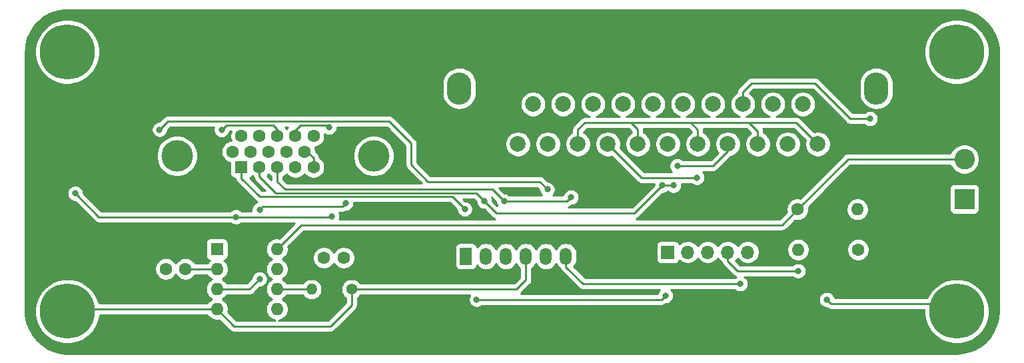
<source format=gbr>
G04 #@! TF.GenerationSoftware,KiCad,Pcbnew,5.1.6*
G04 #@! TF.CreationDate,2020-10-16T21:43:55+02:00*
G04 #@! TF.ProjectId,raveracer,72617665-7261-4636-9572-2e6b69636164,rev?*
G04 #@! TF.SameCoordinates,Original*
G04 #@! TF.FileFunction,Copper,L1,Top*
G04 #@! TF.FilePolarity,Positive*
%FSLAX46Y46*%
G04 Gerber Fmt 4.6, Leading zero omitted, Abs format (unit mm)*
G04 Created by KiCad (PCBNEW 5.1.6) date 2020-10-16 21:43:55*
%MOMM*%
%LPD*%
G01*
G04 APERTURE LIST*
G04 #@! TA.AperFunction,ComponentPad*
%ADD10R,1.501140X2.199640*%
G04 #@! TD*
G04 #@! TA.AperFunction,ComponentPad*
%ADD11O,1.501140X2.199640*%
G04 #@! TD*
G04 #@! TA.AperFunction,ComponentPad*
%ADD12C,1.998980*%
G04 #@! TD*
G04 #@! TA.AperFunction,WasherPad*
%ADD13O,3.100000X4.100000*%
G04 #@! TD*
G04 #@! TA.AperFunction,ComponentPad*
%ADD14O,1.600000X1.600000*%
G04 #@! TD*
G04 #@! TA.AperFunction,ComponentPad*
%ADD15C,1.600000*%
G04 #@! TD*
G04 #@! TA.AperFunction,ComponentPad*
%ADD16R,1.700000X1.700000*%
G04 #@! TD*
G04 #@! TA.AperFunction,ComponentPad*
%ADD17O,1.700000X1.700000*%
G04 #@! TD*
G04 #@! TA.AperFunction,ComponentPad*
%ADD18C,4.000000*%
G04 #@! TD*
G04 #@! TA.AperFunction,ComponentPad*
%ADD19R,1.600000X1.600000*%
G04 #@! TD*
G04 #@! TA.AperFunction,ComponentPad*
%ADD20C,1.400000*%
G04 #@! TD*
G04 #@! TA.AperFunction,ComponentPad*
%ADD21O,1.400000X1.400000*%
G04 #@! TD*
G04 #@! TA.AperFunction,ComponentPad*
%ADD22C,7.000000*%
G04 #@! TD*
G04 #@! TA.AperFunction,ComponentPad*
%ADD23R,2.600000X2.600000*%
G04 #@! TD*
G04 #@! TA.AperFunction,ComponentPad*
%ADD24C,2.600000*%
G04 #@! TD*
G04 #@! TA.AperFunction,ViaPad*
%ADD25C,0.800000*%
G04 #@! TD*
G04 #@! TA.AperFunction,Conductor*
%ADD26C,0.250000*%
G04 #@! TD*
G04 #@! TA.AperFunction,NonConductor*
%ADD27C,0.254000*%
G04 #@! TD*
G04 APERTURE END LIST*
D10*
X56650000Y-78000000D03*
D11*
X59190000Y-78000000D03*
X61730000Y-78000000D03*
X64270000Y-78000000D03*
X66810000Y-78000000D03*
X69350000Y-78000000D03*
D12*
X63257600Y-63734440D03*
X65162600Y-58654440D03*
X67067600Y-63734440D03*
X68972600Y-58654440D03*
X70877600Y-63734440D03*
X72782600Y-58654440D03*
X74687600Y-63734440D03*
X76592600Y-58654440D03*
X78497600Y-63734440D03*
X80402600Y-58654440D03*
X82307600Y-63734440D03*
X84212600Y-58654440D03*
X86117600Y-63734440D03*
X88022600Y-58654440D03*
X89927600Y-63734440D03*
X91832600Y-58654440D03*
X93737600Y-63734440D03*
X95642600Y-58654440D03*
X97547600Y-63734440D03*
X99452600Y-58654440D03*
X101357600Y-63734440D03*
D13*
X55807780Y-56655460D03*
X108807420Y-56655460D03*
D14*
X106410000Y-72040000D03*
D15*
X98790000Y-72040000D03*
X106480000Y-77150000D03*
D14*
X98860000Y-77150000D03*
D16*
X82296000Y-77470000D03*
D17*
X84836000Y-77470000D03*
X87376000Y-77470000D03*
X89916000Y-77470000D03*
X92456000Y-77470000D03*
D15*
X41100000Y-78200000D03*
X38600000Y-78200000D03*
X21000000Y-79600000D03*
X18500000Y-79600000D03*
D18*
X19925000Y-65250000D03*
X44925000Y-65250000D03*
D15*
X37270000Y-62710000D03*
X34980000Y-62710000D03*
X32690000Y-62710000D03*
X30400000Y-62710000D03*
X28110000Y-62710000D03*
X36125000Y-64690000D03*
X33835000Y-64690000D03*
X31545000Y-64690000D03*
X29255000Y-64690000D03*
X26965000Y-64690000D03*
X37270000Y-66670000D03*
X34980000Y-66670000D03*
X32690000Y-66670000D03*
X30400000Y-66670000D03*
D19*
X28110000Y-66670000D03*
D20*
X42100000Y-82200000D03*
D21*
X37020000Y-82200000D03*
D19*
X25000000Y-77100000D03*
D14*
X32620000Y-84720000D03*
X25000000Y-79640000D03*
X32620000Y-82180000D03*
X25000000Y-82180000D03*
X32620000Y-79640000D03*
X25000000Y-84720000D03*
X32620000Y-77100000D03*
D22*
X6000000Y-85000000D03*
X6000000Y-52000000D03*
X119000000Y-85000000D03*
X119000000Y-52000000D03*
D23*
X119990000Y-70720000D03*
D24*
X119990000Y-65640000D03*
D25*
X83500000Y-66500000D03*
X56500000Y-72000000D03*
X58000000Y-83500000D03*
X82000000Y-83000000D03*
X59000000Y-71000000D03*
X83021000Y-69000000D03*
X81571000Y-69000000D03*
X86000000Y-68000000D03*
X61500000Y-71000000D03*
X70000000Y-70500000D03*
X39580000Y-72920000D03*
X7000000Y-70000000D03*
X102500000Y-83500000D03*
X98860000Y-79860000D03*
X91500000Y-81500000D03*
X67000000Y-69500000D03*
X27420000Y-73000000D03*
X17710000Y-61900000D03*
X108000000Y-60500000D03*
X25590000Y-61920000D03*
X30420000Y-80890000D03*
X39240000Y-61584990D03*
X41370000Y-71230000D03*
X30420000Y-72090000D03*
D26*
X56000000Y-71500000D02*
X56500000Y-72000000D01*
X58000000Y-83500000D02*
X73500000Y-83500000D01*
X81500000Y-83500000D02*
X82000000Y-83000000D01*
X73500000Y-83500000D02*
X81500000Y-83500000D01*
X89927600Y-64632400D02*
X89927600Y-63734440D01*
X88060000Y-66500000D02*
X89927600Y-64632400D01*
X83500000Y-66500000D02*
X88060000Y-66500000D01*
X30420020Y-70400020D02*
X54900020Y-70400020D01*
X54900020Y-70400020D02*
X56500000Y-72000000D01*
X28110000Y-68090000D02*
X30420020Y-70400020D01*
X28110000Y-66670000D02*
X28110000Y-68090000D01*
X58500000Y-70500000D02*
X59000000Y-71000000D01*
X81571000Y-69000000D02*
X83021000Y-69000000D01*
X78071000Y-72500000D02*
X81571000Y-69000000D01*
X60500000Y-72500000D02*
X78071000Y-72500000D01*
X59000000Y-71000000D02*
X60500000Y-72500000D01*
X57950010Y-69950010D02*
X59000000Y-71000000D01*
X32490010Y-69950010D02*
X57950010Y-69950010D01*
X30400000Y-67860000D02*
X32490010Y-69950010D01*
X30400000Y-66670000D02*
X30400000Y-67860000D01*
X69500000Y-71000000D02*
X70000000Y-70500000D01*
X61500000Y-71000000D02*
X69500000Y-71000000D01*
X78953160Y-68000000D02*
X86000000Y-68000000D01*
X74687600Y-63734440D02*
X78953160Y-68000000D01*
X60000000Y-69500000D02*
X61500000Y-71000000D01*
X33630000Y-69500000D02*
X60000000Y-69500000D01*
X32690000Y-68560000D02*
X33630000Y-69500000D01*
X32690000Y-66670000D02*
X32690000Y-68560000D01*
X25000000Y-84720000D02*
X27180000Y-86900000D01*
X27180000Y-86900000D02*
X39400000Y-86900000D01*
X42100000Y-84200000D02*
X42100000Y-82200000D01*
X39400000Y-86900000D02*
X42100000Y-84200000D01*
X42100000Y-82200000D02*
X63075000Y-82200000D01*
X64270000Y-81005000D02*
X64270000Y-78000000D01*
X63075000Y-82200000D02*
X64270000Y-81005000D01*
X85132040Y-61000000D02*
X86500000Y-61000000D01*
X77500000Y-61012040D02*
X77500000Y-61000000D01*
X39500000Y-73000000D02*
X39580000Y-72920000D01*
X117500000Y-52000000D02*
X118000000Y-51500000D01*
X6720000Y-84720000D02*
X6000000Y-84000000D01*
X25000000Y-84720000D02*
X6720000Y-84720000D01*
X7000000Y-70000000D02*
X7500000Y-70500000D01*
X103000000Y-84000000D02*
X102500000Y-83500000D01*
X118000000Y-84000000D02*
X103000000Y-84000000D01*
X89916000Y-77470000D02*
X89916000Y-78636000D01*
X91140000Y-79860000D02*
X98860000Y-79860000D01*
X89916000Y-78636000D02*
X91140000Y-79860000D01*
X69350000Y-78000000D02*
X69350000Y-79350000D01*
X71500000Y-81500000D02*
X91500000Y-81500000D01*
X69350000Y-79350000D02*
X71500000Y-81500000D01*
X67000000Y-69500000D02*
X66000000Y-68500000D01*
X98623160Y-61000000D02*
X93500000Y-61000000D01*
X101357600Y-63734440D02*
X98623160Y-61000000D01*
X93737600Y-62137600D02*
X92600000Y-61000000D01*
X93737600Y-63734440D02*
X93737600Y-62137600D01*
X92600000Y-61000000D02*
X93500000Y-61000000D01*
X86500000Y-61000000D02*
X92600000Y-61000000D01*
X86117600Y-61907600D02*
X85210000Y-61000000D01*
X86117600Y-63734440D02*
X86117600Y-61907600D01*
X85210000Y-61000000D02*
X86500000Y-61000000D01*
X78497600Y-61877600D02*
X77620000Y-61000000D01*
X78497600Y-63734440D02*
X78497600Y-61877600D01*
X77620000Y-61000000D02*
X85210000Y-61000000D01*
X77500000Y-61000000D02*
X77620000Y-61000000D01*
X70877600Y-63734440D02*
X70877600Y-61882400D01*
X70877600Y-61882400D02*
X71760000Y-61000000D01*
X71760000Y-61000000D02*
X77500000Y-61000000D01*
X36125000Y-64690000D02*
X36490000Y-64690000D01*
X37270000Y-65470000D02*
X37270000Y-66670000D01*
X36490000Y-64690000D02*
X37270000Y-65470000D01*
X27420000Y-73000000D02*
X39500000Y-73000000D01*
X10000000Y-73000000D02*
X7000000Y-70000000D01*
X27420000Y-73000000D02*
X10000000Y-73000000D01*
X49700000Y-66370000D02*
X51830000Y-68500000D01*
X49700000Y-63650000D02*
X49700000Y-66370000D01*
X46909990Y-60859990D02*
X49700000Y-63650000D01*
X66000000Y-68500000D02*
X51830000Y-68500000D01*
X18750010Y-60859990D02*
X24110010Y-60859990D01*
X17710000Y-61900000D02*
X18750010Y-60859990D01*
X24110010Y-60859990D02*
X46909990Y-60859990D01*
X21740010Y-60859990D02*
X24110010Y-60859990D01*
X101000000Y-56000000D02*
X105500000Y-60500000D01*
X92900000Y-56000000D02*
X101000000Y-56000000D01*
X91832600Y-57067400D02*
X92900000Y-56000000D01*
X105500000Y-60500000D02*
X108000000Y-60500000D01*
X91832600Y-58654440D02*
X91832600Y-57067400D01*
X37000000Y-82180000D02*
X37020000Y-82200000D01*
X32620000Y-82180000D02*
X37000000Y-82180000D01*
X24960000Y-79600000D02*
X25000000Y-79640000D01*
X21000000Y-79600000D02*
X24960000Y-79600000D01*
X32620000Y-77100000D02*
X35720000Y-74000000D01*
X105190000Y-65640000D02*
X119990000Y-65640000D01*
X98790000Y-72040000D02*
X105190000Y-65640000D01*
X96830000Y-74000000D02*
X96320000Y-74000000D01*
X98790000Y-72040000D02*
X96830000Y-74000000D01*
X35720000Y-74000000D02*
X96320000Y-74000000D01*
X32690000Y-62710000D02*
X32690000Y-61860000D01*
X32140000Y-61310000D02*
X30820000Y-61310000D01*
X32690000Y-61860000D02*
X32140000Y-61310000D01*
X30820000Y-61310000D02*
X31560000Y-61310000D01*
X26200000Y-61310000D02*
X27350000Y-61310000D01*
X27350000Y-61310000D02*
X30820000Y-61310000D01*
X25590000Y-61920000D02*
X26200000Y-61310000D01*
X29130000Y-82180000D02*
X30420000Y-80890000D01*
X25000000Y-82180000D02*
X29130000Y-82180000D01*
X34980000Y-62710000D02*
X34980000Y-62000000D01*
X34980000Y-62000000D02*
X35650000Y-61330000D01*
X35650000Y-61330000D02*
X36300000Y-61330000D01*
X36950000Y-61330000D02*
X36970000Y-61310000D01*
X36300000Y-61330000D02*
X36950000Y-61330000D01*
X38965010Y-61310000D02*
X39240000Y-61584990D01*
X36970000Y-61310000D02*
X38965010Y-61310000D01*
X41370000Y-71230000D02*
X40920000Y-71680000D01*
X30830000Y-71680000D02*
X30420000Y-72090000D01*
X40920000Y-71680000D02*
X30830000Y-71680000D01*
D27*
G36*
X119871797Y-46733902D02*
G01*
X120720182Y-46947001D01*
X121522371Y-47295803D01*
X122256818Y-47770938D01*
X122903798Y-48359646D01*
X123445946Y-49046125D01*
X123868692Y-49811928D01*
X124160684Y-50636491D01*
X124316116Y-51509076D01*
X124340000Y-52015547D01*
X124340001Y-84972899D01*
X124266098Y-85871802D01*
X124052999Y-86720180D01*
X123704197Y-87522371D01*
X123229062Y-88256818D01*
X122640354Y-88903799D01*
X121953875Y-89445946D01*
X121188076Y-89868691D01*
X120363514Y-90160683D01*
X119490925Y-90316116D01*
X118984453Y-90340000D01*
X6027089Y-90340000D01*
X5128198Y-90266098D01*
X4279820Y-90052999D01*
X3477629Y-89704197D01*
X2743182Y-89229062D01*
X2096201Y-88640354D01*
X1554054Y-87953875D01*
X1131309Y-87188076D01*
X839317Y-86363514D01*
X683884Y-85490925D01*
X660000Y-84984453D01*
X660000Y-84592738D01*
X1865000Y-84592738D01*
X1865000Y-85407262D01*
X2023906Y-86206135D01*
X2335611Y-86958657D01*
X2788136Y-87635909D01*
X3364091Y-88211864D01*
X4041343Y-88664389D01*
X4793865Y-88976094D01*
X5592738Y-89135000D01*
X6407262Y-89135000D01*
X7206135Y-88976094D01*
X7958657Y-88664389D01*
X8635909Y-88211864D01*
X9211864Y-87635909D01*
X9664389Y-86958657D01*
X9976094Y-86206135D01*
X10120531Y-85480000D01*
X23781957Y-85480000D01*
X23885363Y-85634759D01*
X24085241Y-85834637D01*
X24320273Y-85991680D01*
X24581426Y-86099853D01*
X24858665Y-86155000D01*
X25141335Y-86155000D01*
X25323886Y-86118688D01*
X26616201Y-87411003D01*
X26639999Y-87440001D01*
X26668997Y-87463799D01*
X26755724Y-87534974D01*
X26887753Y-87605546D01*
X27031014Y-87649003D01*
X27180000Y-87663677D01*
X27217333Y-87660000D01*
X39362678Y-87660000D01*
X39400000Y-87663676D01*
X39437322Y-87660000D01*
X39437333Y-87660000D01*
X39548986Y-87649003D01*
X39692247Y-87605546D01*
X39824276Y-87534974D01*
X39940001Y-87440001D01*
X39963804Y-87410997D01*
X42611004Y-84763798D01*
X42640001Y-84740001D01*
X42734974Y-84624276D01*
X42805546Y-84492247D01*
X42849003Y-84348986D01*
X42860000Y-84237333D01*
X42860000Y-84237332D01*
X42863677Y-84200000D01*
X42860000Y-84162667D01*
X42860000Y-83297775D01*
X42951013Y-83236962D01*
X43136962Y-83051013D01*
X43197775Y-82960000D01*
X57116033Y-82960000D01*
X57082795Y-83009744D01*
X57004774Y-83198102D01*
X56965000Y-83398061D01*
X56965000Y-83601939D01*
X57004774Y-83801898D01*
X57082795Y-83990256D01*
X57196063Y-84159774D01*
X57340226Y-84303937D01*
X57509744Y-84417205D01*
X57698102Y-84495226D01*
X57898061Y-84535000D01*
X58101939Y-84535000D01*
X58301898Y-84495226D01*
X58490256Y-84417205D01*
X58659774Y-84303937D01*
X58703711Y-84260000D01*
X81462678Y-84260000D01*
X81500000Y-84263676D01*
X81537322Y-84260000D01*
X81537333Y-84260000D01*
X81648986Y-84249003D01*
X81792247Y-84205546D01*
X81924276Y-84134974D01*
X82040001Y-84040001D01*
X82044105Y-84035000D01*
X82101939Y-84035000D01*
X82301898Y-83995226D01*
X82490256Y-83917205D01*
X82659774Y-83803937D01*
X82803937Y-83659774D01*
X82917205Y-83490256D01*
X82955393Y-83398061D01*
X101465000Y-83398061D01*
X101465000Y-83601939D01*
X101504774Y-83801898D01*
X101582795Y-83990256D01*
X101696063Y-84159774D01*
X101840226Y-84303937D01*
X102009744Y-84417205D01*
X102198102Y-84495226D01*
X102398061Y-84535000D01*
X102455895Y-84535000D01*
X102459999Y-84540001D01*
X102575724Y-84634974D01*
X102707753Y-84705546D01*
X102851014Y-84749003D01*
X102962667Y-84760000D01*
X102962675Y-84760000D01*
X103000000Y-84763676D01*
X103037325Y-84760000D01*
X114865000Y-84760000D01*
X114865000Y-85407262D01*
X115023906Y-86206135D01*
X115335611Y-86958657D01*
X115788136Y-87635909D01*
X116364091Y-88211864D01*
X117041343Y-88664389D01*
X117793865Y-88976094D01*
X118592738Y-89135000D01*
X119407262Y-89135000D01*
X120206135Y-88976094D01*
X120958657Y-88664389D01*
X121635909Y-88211864D01*
X122211864Y-87635909D01*
X122664389Y-86958657D01*
X122976094Y-86206135D01*
X123135000Y-85407262D01*
X123135000Y-84592738D01*
X122976094Y-83793865D01*
X122664389Y-83041343D01*
X122211864Y-82364091D01*
X121635909Y-81788136D01*
X120958657Y-81335611D01*
X120206135Y-81023906D01*
X119407262Y-80865000D01*
X118592738Y-80865000D01*
X117793865Y-81023906D01*
X117041343Y-81335611D01*
X116364091Y-81788136D01*
X115788136Y-82364091D01*
X115335611Y-83041343D01*
X115253325Y-83240000D01*
X103503560Y-83240000D01*
X103495226Y-83198102D01*
X103417205Y-83009744D01*
X103303937Y-82840226D01*
X103159774Y-82696063D01*
X102990256Y-82582795D01*
X102801898Y-82504774D01*
X102601939Y-82465000D01*
X102398061Y-82465000D01*
X102198102Y-82504774D01*
X102009744Y-82582795D01*
X101840226Y-82696063D01*
X101696063Y-82840226D01*
X101582795Y-83009744D01*
X101504774Y-83198102D01*
X101465000Y-83398061D01*
X82955393Y-83398061D01*
X82995226Y-83301898D01*
X83035000Y-83101939D01*
X83035000Y-82898061D01*
X82995226Y-82698102D01*
X82917205Y-82509744D01*
X82803937Y-82340226D01*
X82723711Y-82260000D01*
X90796289Y-82260000D01*
X90840226Y-82303937D01*
X91009744Y-82417205D01*
X91198102Y-82495226D01*
X91398061Y-82535000D01*
X91601939Y-82535000D01*
X91801898Y-82495226D01*
X91990256Y-82417205D01*
X92159774Y-82303937D01*
X92303937Y-82159774D01*
X92417205Y-81990256D01*
X92495226Y-81801898D01*
X92535000Y-81601939D01*
X92535000Y-81398061D01*
X92495226Y-81198102D01*
X92417205Y-81009744D01*
X92303937Y-80840226D01*
X92159774Y-80696063D01*
X92045937Y-80620000D01*
X98156289Y-80620000D01*
X98200226Y-80663937D01*
X98369744Y-80777205D01*
X98558102Y-80855226D01*
X98758061Y-80895000D01*
X98961939Y-80895000D01*
X99161898Y-80855226D01*
X99350256Y-80777205D01*
X99519774Y-80663937D01*
X99663937Y-80519774D01*
X99777205Y-80350256D01*
X99855226Y-80161898D01*
X99895000Y-79961939D01*
X99895000Y-79758061D01*
X99855226Y-79558102D01*
X99777205Y-79369744D01*
X99663937Y-79200226D01*
X99519774Y-79056063D01*
X99350256Y-78942795D01*
X99161898Y-78864774D01*
X98961939Y-78825000D01*
X98758061Y-78825000D01*
X98558102Y-78864774D01*
X98369744Y-78942795D01*
X98200226Y-79056063D01*
X98156289Y-79100000D01*
X91454803Y-79100000D01*
X90920454Y-78565653D01*
X91069475Y-78416632D01*
X91186000Y-78242240D01*
X91302525Y-78416632D01*
X91509368Y-78623475D01*
X91752589Y-78785990D01*
X92022842Y-78897932D01*
X92309740Y-78955000D01*
X92602260Y-78955000D01*
X92889158Y-78897932D01*
X93159411Y-78785990D01*
X93402632Y-78623475D01*
X93609475Y-78416632D01*
X93771990Y-78173411D01*
X93883932Y-77903158D01*
X93941000Y-77616260D01*
X93941000Y-77323740D01*
X93883932Y-77036842D01*
X93872261Y-77008665D01*
X97425000Y-77008665D01*
X97425000Y-77291335D01*
X97480147Y-77568574D01*
X97588320Y-77829727D01*
X97745363Y-78064759D01*
X97945241Y-78264637D01*
X98180273Y-78421680D01*
X98441426Y-78529853D01*
X98718665Y-78585000D01*
X99001335Y-78585000D01*
X99278574Y-78529853D01*
X99539727Y-78421680D01*
X99774759Y-78264637D01*
X99974637Y-78064759D01*
X100131680Y-77829727D01*
X100239853Y-77568574D01*
X100295000Y-77291335D01*
X100295000Y-77008665D01*
X105045000Y-77008665D01*
X105045000Y-77291335D01*
X105100147Y-77568574D01*
X105208320Y-77829727D01*
X105365363Y-78064759D01*
X105565241Y-78264637D01*
X105800273Y-78421680D01*
X106061426Y-78529853D01*
X106338665Y-78585000D01*
X106621335Y-78585000D01*
X106898574Y-78529853D01*
X107159727Y-78421680D01*
X107394759Y-78264637D01*
X107594637Y-78064759D01*
X107751680Y-77829727D01*
X107859853Y-77568574D01*
X107915000Y-77291335D01*
X107915000Y-77008665D01*
X107859853Y-76731426D01*
X107751680Y-76470273D01*
X107594637Y-76235241D01*
X107394759Y-76035363D01*
X107159727Y-75878320D01*
X106898574Y-75770147D01*
X106621335Y-75715000D01*
X106338665Y-75715000D01*
X106061426Y-75770147D01*
X105800273Y-75878320D01*
X105565241Y-76035363D01*
X105365363Y-76235241D01*
X105208320Y-76470273D01*
X105100147Y-76731426D01*
X105045000Y-77008665D01*
X100295000Y-77008665D01*
X100239853Y-76731426D01*
X100131680Y-76470273D01*
X99974637Y-76235241D01*
X99774759Y-76035363D01*
X99539727Y-75878320D01*
X99278574Y-75770147D01*
X99001335Y-75715000D01*
X98718665Y-75715000D01*
X98441426Y-75770147D01*
X98180273Y-75878320D01*
X97945241Y-76035363D01*
X97745363Y-76235241D01*
X97588320Y-76470273D01*
X97480147Y-76731426D01*
X97425000Y-77008665D01*
X93872261Y-77008665D01*
X93771990Y-76766589D01*
X93609475Y-76523368D01*
X93402632Y-76316525D01*
X93159411Y-76154010D01*
X92889158Y-76042068D01*
X92602260Y-75985000D01*
X92309740Y-75985000D01*
X92022842Y-76042068D01*
X91752589Y-76154010D01*
X91509368Y-76316525D01*
X91302525Y-76523368D01*
X91186000Y-76697760D01*
X91069475Y-76523368D01*
X90862632Y-76316525D01*
X90619411Y-76154010D01*
X90349158Y-76042068D01*
X90062260Y-75985000D01*
X89769740Y-75985000D01*
X89482842Y-76042068D01*
X89212589Y-76154010D01*
X88969368Y-76316525D01*
X88762525Y-76523368D01*
X88646000Y-76697760D01*
X88529475Y-76523368D01*
X88322632Y-76316525D01*
X88079411Y-76154010D01*
X87809158Y-76042068D01*
X87522260Y-75985000D01*
X87229740Y-75985000D01*
X86942842Y-76042068D01*
X86672589Y-76154010D01*
X86429368Y-76316525D01*
X86222525Y-76523368D01*
X86106000Y-76697760D01*
X85989475Y-76523368D01*
X85782632Y-76316525D01*
X85539411Y-76154010D01*
X85269158Y-76042068D01*
X84982260Y-75985000D01*
X84689740Y-75985000D01*
X84402842Y-76042068D01*
X84132589Y-76154010D01*
X83889368Y-76316525D01*
X83757513Y-76448380D01*
X83735502Y-76375820D01*
X83676537Y-76265506D01*
X83597185Y-76168815D01*
X83500494Y-76089463D01*
X83390180Y-76030498D01*
X83270482Y-75994188D01*
X83146000Y-75981928D01*
X81446000Y-75981928D01*
X81321518Y-75994188D01*
X81201820Y-76030498D01*
X81091506Y-76089463D01*
X80994815Y-76168815D01*
X80915463Y-76265506D01*
X80856498Y-76375820D01*
X80820188Y-76495518D01*
X80807928Y-76620000D01*
X80807928Y-78320000D01*
X80820188Y-78444482D01*
X80856498Y-78564180D01*
X80915463Y-78674494D01*
X80994815Y-78771185D01*
X81091506Y-78850537D01*
X81201820Y-78909502D01*
X81321518Y-78945812D01*
X81446000Y-78958072D01*
X83146000Y-78958072D01*
X83270482Y-78945812D01*
X83390180Y-78909502D01*
X83500494Y-78850537D01*
X83597185Y-78771185D01*
X83676537Y-78674494D01*
X83735502Y-78564180D01*
X83757513Y-78491620D01*
X83889368Y-78623475D01*
X84132589Y-78785990D01*
X84402842Y-78897932D01*
X84689740Y-78955000D01*
X84982260Y-78955000D01*
X85269158Y-78897932D01*
X85539411Y-78785990D01*
X85782632Y-78623475D01*
X85989475Y-78416632D01*
X86106000Y-78242240D01*
X86222525Y-78416632D01*
X86429368Y-78623475D01*
X86672589Y-78785990D01*
X86942842Y-78897932D01*
X87229740Y-78955000D01*
X87522260Y-78955000D01*
X87809158Y-78897932D01*
X88079411Y-78785990D01*
X88322632Y-78623475D01*
X88529475Y-78416632D01*
X88646000Y-78242240D01*
X88762525Y-78416632D01*
X88969368Y-78623475D01*
X89163892Y-78753452D01*
X89166998Y-78784986D01*
X89179136Y-78825000D01*
X89210454Y-78928246D01*
X89281026Y-79060276D01*
X89352201Y-79147002D01*
X89376000Y-79176001D01*
X89404998Y-79199799D01*
X90576205Y-80371008D01*
X90599999Y-80400001D01*
X90628992Y-80423795D01*
X90628996Y-80423799D01*
X90680084Y-80465725D01*
X90715724Y-80494974D01*
X90847753Y-80565546D01*
X90976920Y-80604728D01*
X90840226Y-80696063D01*
X90796289Y-80740000D01*
X71814802Y-80740000D01*
X70367865Y-79293064D01*
X70507634Y-79122756D01*
X70636293Y-78882050D01*
X70715522Y-78620868D01*
X70735570Y-78417316D01*
X70735570Y-77582683D01*
X70715522Y-77379131D01*
X70636293Y-77117950D01*
X70507634Y-76877244D01*
X70334485Y-76666264D01*
X70123505Y-76493116D01*
X69882799Y-76364457D01*
X69621618Y-76285228D01*
X69350000Y-76258476D01*
X69078381Y-76285228D01*
X68817200Y-76364457D01*
X68576494Y-76493116D01*
X68365514Y-76666265D01*
X68192366Y-76877245D01*
X68080000Y-77087468D01*
X67967634Y-76877244D01*
X67794485Y-76666264D01*
X67583505Y-76493116D01*
X67342799Y-76364457D01*
X67081618Y-76285228D01*
X66810000Y-76258476D01*
X66538381Y-76285228D01*
X66277200Y-76364457D01*
X66036494Y-76493116D01*
X65825514Y-76666265D01*
X65652366Y-76877245D01*
X65540000Y-77087468D01*
X65427634Y-76877244D01*
X65254485Y-76666264D01*
X65043505Y-76493116D01*
X64802799Y-76364457D01*
X64541618Y-76285228D01*
X64270000Y-76258476D01*
X63998381Y-76285228D01*
X63737200Y-76364457D01*
X63496494Y-76493116D01*
X63285514Y-76666265D01*
X63112366Y-76877245D01*
X63000000Y-77087468D01*
X62887634Y-76877244D01*
X62714485Y-76666264D01*
X62503505Y-76493116D01*
X62262799Y-76364457D01*
X62001618Y-76285228D01*
X61730000Y-76258476D01*
X61458381Y-76285228D01*
X61197200Y-76364457D01*
X60956494Y-76493116D01*
X60745514Y-76666265D01*
X60572366Y-76877245D01*
X60460000Y-77087468D01*
X60347634Y-76877244D01*
X60174485Y-76666264D01*
X59963505Y-76493116D01*
X59722799Y-76364457D01*
X59461618Y-76285228D01*
X59190000Y-76258476D01*
X58918381Y-76285228D01*
X58657200Y-76364457D01*
X58416494Y-76493116D01*
X58205514Y-76666265D01*
X58035953Y-76872875D01*
X58026382Y-76775698D01*
X57990072Y-76656000D01*
X57931107Y-76545686D01*
X57851755Y-76448995D01*
X57755064Y-76369643D01*
X57644750Y-76310678D01*
X57525052Y-76274368D01*
X57400570Y-76262108D01*
X55899430Y-76262108D01*
X55774948Y-76274368D01*
X55655250Y-76310678D01*
X55544936Y-76369643D01*
X55448245Y-76448995D01*
X55368893Y-76545686D01*
X55309928Y-76656000D01*
X55273618Y-76775698D01*
X55261358Y-76900180D01*
X55261358Y-79099820D01*
X55273618Y-79224302D01*
X55309928Y-79344000D01*
X55368893Y-79454314D01*
X55448245Y-79551005D01*
X55544936Y-79630357D01*
X55655250Y-79689322D01*
X55774948Y-79725632D01*
X55899430Y-79737892D01*
X57400570Y-79737892D01*
X57525052Y-79725632D01*
X57644750Y-79689322D01*
X57755064Y-79630357D01*
X57851755Y-79551005D01*
X57931107Y-79454314D01*
X57990072Y-79344000D01*
X58026382Y-79224302D01*
X58035953Y-79127126D01*
X58205515Y-79333736D01*
X58416495Y-79506884D01*
X58657201Y-79635543D01*
X58918382Y-79714772D01*
X59190000Y-79741524D01*
X59461619Y-79714772D01*
X59722800Y-79635543D01*
X59963506Y-79506884D01*
X60174486Y-79333736D01*
X60347634Y-79122756D01*
X60460000Y-78912532D01*
X60572366Y-79122756D01*
X60745515Y-79333736D01*
X60956495Y-79506884D01*
X61197201Y-79635543D01*
X61458382Y-79714772D01*
X61730000Y-79741524D01*
X62001619Y-79714772D01*
X62262800Y-79635543D01*
X62503506Y-79506884D01*
X62714486Y-79333736D01*
X62887634Y-79122756D01*
X63000000Y-78912532D01*
X63112366Y-79122756D01*
X63285515Y-79333736D01*
X63496495Y-79506884D01*
X63510000Y-79514103D01*
X63510000Y-80690198D01*
X62760199Y-81440000D01*
X43197775Y-81440000D01*
X43136962Y-81348987D01*
X42951013Y-81163038D01*
X42732359Y-81016939D01*
X42489405Y-80916304D01*
X42231486Y-80865000D01*
X41968514Y-80865000D01*
X41710595Y-80916304D01*
X41467641Y-81016939D01*
X41248987Y-81163038D01*
X41063038Y-81348987D01*
X40916939Y-81567641D01*
X40816304Y-81810595D01*
X40765000Y-82068514D01*
X40765000Y-82331486D01*
X40816304Y-82589405D01*
X40916939Y-82832359D01*
X41063038Y-83051013D01*
X41248987Y-83236962D01*
X41340000Y-83297775D01*
X41340000Y-83885198D01*
X39085199Y-86140000D01*
X32836744Y-86140000D01*
X33038574Y-86099853D01*
X33299727Y-85991680D01*
X33534759Y-85834637D01*
X33734637Y-85634759D01*
X33891680Y-85399727D01*
X33999853Y-85138574D01*
X34055000Y-84861335D01*
X34055000Y-84578665D01*
X33999853Y-84301426D01*
X33891680Y-84040273D01*
X33734637Y-83805241D01*
X33534759Y-83605363D01*
X33302241Y-83450000D01*
X33534759Y-83294637D01*
X33734637Y-83094759D01*
X33838043Y-82940000D01*
X35908862Y-82940000D01*
X35983038Y-83051013D01*
X36168987Y-83236962D01*
X36387641Y-83383061D01*
X36630595Y-83483696D01*
X36888514Y-83535000D01*
X37151486Y-83535000D01*
X37409405Y-83483696D01*
X37652359Y-83383061D01*
X37871013Y-83236962D01*
X38056962Y-83051013D01*
X38203061Y-82832359D01*
X38303696Y-82589405D01*
X38355000Y-82331486D01*
X38355000Y-82068514D01*
X38303696Y-81810595D01*
X38203061Y-81567641D01*
X38056962Y-81348987D01*
X37871013Y-81163038D01*
X37652359Y-81016939D01*
X37409405Y-80916304D01*
X37151486Y-80865000D01*
X36888514Y-80865000D01*
X36630595Y-80916304D01*
X36387641Y-81016939D01*
X36168987Y-81163038D01*
X35983038Y-81348987D01*
X35935589Y-81420000D01*
X33838043Y-81420000D01*
X33734637Y-81265241D01*
X33534759Y-81065363D01*
X33302241Y-80910000D01*
X33534759Y-80754637D01*
X33734637Y-80554759D01*
X33891680Y-80319727D01*
X33999853Y-80058574D01*
X34055000Y-79781335D01*
X34055000Y-79498665D01*
X33999853Y-79221426D01*
X33891680Y-78960273D01*
X33734637Y-78725241D01*
X33534759Y-78525363D01*
X33302241Y-78370000D01*
X33534759Y-78214637D01*
X33690731Y-78058665D01*
X37165000Y-78058665D01*
X37165000Y-78341335D01*
X37220147Y-78618574D01*
X37328320Y-78879727D01*
X37485363Y-79114759D01*
X37685241Y-79314637D01*
X37920273Y-79471680D01*
X38181426Y-79579853D01*
X38458665Y-79635000D01*
X38741335Y-79635000D01*
X39018574Y-79579853D01*
X39279727Y-79471680D01*
X39514759Y-79314637D01*
X39714637Y-79114759D01*
X39850000Y-78912173D01*
X39985363Y-79114759D01*
X40185241Y-79314637D01*
X40420273Y-79471680D01*
X40681426Y-79579853D01*
X40958665Y-79635000D01*
X41241335Y-79635000D01*
X41518574Y-79579853D01*
X41779727Y-79471680D01*
X42014759Y-79314637D01*
X42214637Y-79114759D01*
X42371680Y-78879727D01*
X42479853Y-78618574D01*
X42535000Y-78341335D01*
X42535000Y-78058665D01*
X42479853Y-77781426D01*
X42371680Y-77520273D01*
X42214637Y-77285241D01*
X42014759Y-77085363D01*
X41779727Y-76928320D01*
X41518574Y-76820147D01*
X41241335Y-76765000D01*
X40958665Y-76765000D01*
X40681426Y-76820147D01*
X40420273Y-76928320D01*
X40185241Y-77085363D01*
X39985363Y-77285241D01*
X39850000Y-77487827D01*
X39714637Y-77285241D01*
X39514759Y-77085363D01*
X39279727Y-76928320D01*
X39018574Y-76820147D01*
X38741335Y-76765000D01*
X38458665Y-76765000D01*
X38181426Y-76820147D01*
X37920273Y-76928320D01*
X37685241Y-77085363D01*
X37485363Y-77285241D01*
X37328320Y-77520273D01*
X37220147Y-77781426D01*
X37165000Y-78058665D01*
X33690731Y-78058665D01*
X33734637Y-78014759D01*
X33891680Y-77779727D01*
X33999853Y-77518574D01*
X34055000Y-77241335D01*
X34055000Y-76958665D01*
X34018688Y-76776114D01*
X36034802Y-74760000D01*
X96792678Y-74760000D01*
X96830000Y-74763676D01*
X96867322Y-74760000D01*
X96867333Y-74760000D01*
X96978986Y-74749003D01*
X97122247Y-74705546D01*
X97254276Y-74634974D01*
X97370001Y-74540001D01*
X97393804Y-74510997D01*
X98466114Y-73438688D01*
X98648665Y-73475000D01*
X98931335Y-73475000D01*
X99208574Y-73419853D01*
X99469727Y-73311680D01*
X99704759Y-73154637D01*
X99904637Y-72954759D01*
X100061680Y-72719727D01*
X100169853Y-72458574D01*
X100225000Y-72181335D01*
X100225000Y-71898665D01*
X104975000Y-71898665D01*
X104975000Y-72181335D01*
X105030147Y-72458574D01*
X105138320Y-72719727D01*
X105295363Y-72954759D01*
X105495241Y-73154637D01*
X105730273Y-73311680D01*
X105991426Y-73419853D01*
X106268665Y-73475000D01*
X106551335Y-73475000D01*
X106828574Y-73419853D01*
X107089727Y-73311680D01*
X107324759Y-73154637D01*
X107524637Y-72954759D01*
X107681680Y-72719727D01*
X107789853Y-72458574D01*
X107845000Y-72181335D01*
X107845000Y-71898665D01*
X107789853Y-71621426D01*
X107681680Y-71360273D01*
X107524637Y-71125241D01*
X107324759Y-70925363D01*
X107089727Y-70768320D01*
X106828574Y-70660147D01*
X106551335Y-70605000D01*
X106268665Y-70605000D01*
X105991426Y-70660147D01*
X105730273Y-70768320D01*
X105495241Y-70925363D01*
X105295363Y-71125241D01*
X105138320Y-71360273D01*
X105030147Y-71621426D01*
X104975000Y-71898665D01*
X100225000Y-71898665D01*
X100188688Y-71716113D01*
X102484801Y-69420000D01*
X118051928Y-69420000D01*
X118051928Y-72020000D01*
X118064188Y-72144482D01*
X118100498Y-72264180D01*
X118159463Y-72374494D01*
X118238815Y-72471185D01*
X118335506Y-72550537D01*
X118445820Y-72609502D01*
X118565518Y-72645812D01*
X118690000Y-72658072D01*
X121290000Y-72658072D01*
X121414482Y-72645812D01*
X121534180Y-72609502D01*
X121644494Y-72550537D01*
X121741185Y-72471185D01*
X121820537Y-72374494D01*
X121879502Y-72264180D01*
X121915812Y-72144482D01*
X121928072Y-72020000D01*
X121928072Y-69420000D01*
X121915812Y-69295518D01*
X121879502Y-69175820D01*
X121820537Y-69065506D01*
X121741185Y-68968815D01*
X121644494Y-68889463D01*
X121534180Y-68830498D01*
X121414482Y-68794188D01*
X121290000Y-68781928D01*
X118690000Y-68781928D01*
X118565518Y-68794188D01*
X118445820Y-68830498D01*
X118335506Y-68889463D01*
X118238815Y-68968815D01*
X118159463Y-69065506D01*
X118100498Y-69175820D01*
X118064188Y-69295518D01*
X118051928Y-69420000D01*
X102484801Y-69420000D01*
X105504802Y-66400000D01*
X118210373Y-66400000D01*
X118275225Y-66556566D01*
X118486987Y-66873491D01*
X118756509Y-67143013D01*
X119073434Y-67354775D01*
X119425581Y-67500639D01*
X119799419Y-67575000D01*
X120180581Y-67575000D01*
X120554419Y-67500639D01*
X120906566Y-67354775D01*
X121223491Y-67143013D01*
X121493013Y-66873491D01*
X121704775Y-66556566D01*
X121850639Y-66204419D01*
X121925000Y-65830581D01*
X121925000Y-65449419D01*
X121850639Y-65075581D01*
X121704775Y-64723434D01*
X121493013Y-64406509D01*
X121223491Y-64136987D01*
X120906566Y-63925225D01*
X120554419Y-63779361D01*
X120180581Y-63705000D01*
X119799419Y-63705000D01*
X119425581Y-63779361D01*
X119073434Y-63925225D01*
X118756509Y-64136987D01*
X118486987Y-64406509D01*
X118275225Y-64723434D01*
X118210373Y-64880000D01*
X105227323Y-64880000D01*
X105190000Y-64876324D01*
X105152677Y-64880000D01*
X105152667Y-64880000D01*
X105041014Y-64890997D01*
X104897753Y-64934454D01*
X104765724Y-65005026D01*
X104649999Y-65099999D01*
X104626201Y-65128997D01*
X99113887Y-70641312D01*
X98931335Y-70605000D01*
X98648665Y-70605000D01*
X98371426Y-70660147D01*
X98110273Y-70768320D01*
X97875241Y-70925363D01*
X97675363Y-71125241D01*
X97518320Y-71360273D01*
X97410147Y-71621426D01*
X97355000Y-71898665D01*
X97355000Y-72181335D01*
X97391312Y-72363886D01*
X96515199Y-73240000D01*
X78249665Y-73240000D01*
X78363247Y-73205546D01*
X78495276Y-73134974D01*
X78611001Y-73040001D01*
X78634804Y-73010997D01*
X81610803Y-70035000D01*
X81672939Y-70035000D01*
X81872898Y-69995226D01*
X82061256Y-69917205D01*
X82230774Y-69803937D01*
X82274711Y-69760000D01*
X82317289Y-69760000D01*
X82361226Y-69803937D01*
X82530744Y-69917205D01*
X82719102Y-69995226D01*
X82919061Y-70035000D01*
X83122939Y-70035000D01*
X83322898Y-69995226D01*
X83511256Y-69917205D01*
X83680774Y-69803937D01*
X83824937Y-69659774D01*
X83938205Y-69490256D01*
X84016226Y-69301898D01*
X84056000Y-69101939D01*
X84056000Y-68898061D01*
X84028538Y-68760000D01*
X85296289Y-68760000D01*
X85340226Y-68803937D01*
X85509744Y-68917205D01*
X85698102Y-68995226D01*
X85898061Y-69035000D01*
X86101939Y-69035000D01*
X86301898Y-68995226D01*
X86490256Y-68917205D01*
X86659774Y-68803937D01*
X86803937Y-68659774D01*
X86917205Y-68490256D01*
X86995226Y-68301898D01*
X87035000Y-68101939D01*
X87035000Y-67898061D01*
X86995226Y-67698102D01*
X86917205Y-67509744D01*
X86803937Y-67340226D01*
X86723711Y-67260000D01*
X88022678Y-67260000D01*
X88060000Y-67263676D01*
X88097322Y-67260000D01*
X88097333Y-67260000D01*
X88208986Y-67249003D01*
X88352247Y-67205546D01*
X88484276Y-67134974D01*
X88600001Y-67040001D01*
X88623804Y-67010997D01*
X90309893Y-65324909D01*
X90404363Y-65306118D01*
X90701822Y-65182907D01*
X90969527Y-65004032D01*
X91197192Y-64776367D01*
X91376067Y-64508662D01*
X91499278Y-64211203D01*
X91562090Y-63895423D01*
X91562090Y-63573457D01*
X91499278Y-63257677D01*
X91376067Y-62960218D01*
X91197192Y-62692513D01*
X90969527Y-62464848D01*
X90701822Y-62285973D01*
X90404363Y-62162762D01*
X90088583Y-62099950D01*
X89766617Y-62099950D01*
X89450837Y-62162762D01*
X89153378Y-62285973D01*
X88885673Y-62464848D01*
X88658008Y-62692513D01*
X88479133Y-62960218D01*
X88355922Y-63257677D01*
X88293110Y-63573457D01*
X88293110Y-63895423D01*
X88355922Y-64211203D01*
X88479133Y-64508662D01*
X88658008Y-64776367D01*
X88683420Y-64801779D01*
X87745199Y-65740000D01*
X84203711Y-65740000D01*
X84159774Y-65696063D01*
X83990256Y-65582795D01*
X83801898Y-65504774D01*
X83601939Y-65465000D01*
X83398061Y-65465000D01*
X83198102Y-65504774D01*
X83009744Y-65582795D01*
X82840226Y-65696063D01*
X82696063Y-65840226D01*
X82582795Y-66009744D01*
X82504774Y-66198102D01*
X82465000Y-66398061D01*
X82465000Y-66601939D01*
X82504774Y-66801898D01*
X82582795Y-66990256D01*
X82696063Y-67159774D01*
X82776289Y-67240000D01*
X79267962Y-67240000D01*
X76253387Y-64225426D01*
X76259278Y-64211203D01*
X76322090Y-63895423D01*
X76322090Y-63573457D01*
X76259278Y-63257677D01*
X76136067Y-62960218D01*
X75957192Y-62692513D01*
X75729527Y-62464848D01*
X75461822Y-62285973D01*
X75164363Y-62162762D01*
X74848583Y-62099950D01*
X74526617Y-62099950D01*
X74210837Y-62162762D01*
X73913378Y-62285973D01*
X73645673Y-62464848D01*
X73418008Y-62692513D01*
X73239133Y-62960218D01*
X73115922Y-63257677D01*
X73053110Y-63573457D01*
X73053110Y-63895423D01*
X73115922Y-64211203D01*
X73239133Y-64508662D01*
X73418008Y-64776367D01*
X73645673Y-65004032D01*
X73913378Y-65182907D01*
X74210837Y-65306118D01*
X74526617Y-65368930D01*
X74848583Y-65368930D01*
X75164363Y-65306118D01*
X75178586Y-65300227D01*
X78389361Y-68511003D01*
X78413159Y-68540001D01*
X78528884Y-68634974D01*
X78660913Y-68705546D01*
X78804174Y-68749003D01*
X78915827Y-68760000D01*
X78915837Y-68760000D01*
X78953160Y-68763676D01*
X78990483Y-68760000D01*
X80563462Y-68760000D01*
X80536000Y-68898061D01*
X80536000Y-68960197D01*
X77756199Y-71740000D01*
X69678665Y-71740000D01*
X69792247Y-71705546D01*
X69924276Y-71634974D01*
X70040001Y-71540001D01*
X70044105Y-71535000D01*
X70101939Y-71535000D01*
X70301898Y-71495226D01*
X70490256Y-71417205D01*
X70659774Y-71303937D01*
X70803937Y-71159774D01*
X70917205Y-70990256D01*
X70995226Y-70801898D01*
X71035000Y-70601939D01*
X71035000Y-70398061D01*
X70995226Y-70198102D01*
X70917205Y-70009744D01*
X70803937Y-69840226D01*
X70659774Y-69696063D01*
X70490256Y-69582795D01*
X70301898Y-69504774D01*
X70101939Y-69465000D01*
X69898061Y-69465000D01*
X69698102Y-69504774D01*
X69509744Y-69582795D01*
X69340226Y-69696063D01*
X69196063Y-69840226D01*
X69082795Y-70009744D01*
X69004774Y-70198102D01*
X68996440Y-70240000D01*
X67723711Y-70240000D01*
X67803937Y-70159774D01*
X67917205Y-69990256D01*
X67995226Y-69801898D01*
X68035000Y-69601939D01*
X68035000Y-69398061D01*
X67995226Y-69198102D01*
X67917205Y-69009744D01*
X67803937Y-68840226D01*
X67659774Y-68696063D01*
X67490256Y-68582795D01*
X67301898Y-68504774D01*
X67101939Y-68465000D01*
X67039802Y-68465000D01*
X66563804Y-67989002D01*
X66540001Y-67959999D01*
X66424276Y-67865026D01*
X66292247Y-67794454D01*
X66148986Y-67750997D01*
X66037333Y-67740000D01*
X66037322Y-67740000D01*
X66000000Y-67736324D01*
X65962678Y-67740000D01*
X52144802Y-67740000D01*
X50460000Y-66055199D01*
X50460000Y-63687322D01*
X50463676Y-63650000D01*
X50460000Y-63612677D01*
X50460000Y-63612667D01*
X50456139Y-63573457D01*
X61623110Y-63573457D01*
X61623110Y-63895423D01*
X61685922Y-64211203D01*
X61809133Y-64508662D01*
X61988008Y-64776367D01*
X62215673Y-65004032D01*
X62483378Y-65182907D01*
X62780837Y-65306118D01*
X63096617Y-65368930D01*
X63418583Y-65368930D01*
X63734363Y-65306118D01*
X64031822Y-65182907D01*
X64299527Y-65004032D01*
X64527192Y-64776367D01*
X64706067Y-64508662D01*
X64829278Y-64211203D01*
X64892090Y-63895423D01*
X64892090Y-63573457D01*
X65433110Y-63573457D01*
X65433110Y-63895423D01*
X65495922Y-64211203D01*
X65619133Y-64508662D01*
X65798008Y-64776367D01*
X66025673Y-65004032D01*
X66293378Y-65182907D01*
X66590837Y-65306118D01*
X66906617Y-65368930D01*
X67228583Y-65368930D01*
X67544363Y-65306118D01*
X67841822Y-65182907D01*
X68109527Y-65004032D01*
X68337192Y-64776367D01*
X68516067Y-64508662D01*
X68639278Y-64211203D01*
X68702090Y-63895423D01*
X68702090Y-63573457D01*
X69243110Y-63573457D01*
X69243110Y-63895423D01*
X69305922Y-64211203D01*
X69429133Y-64508662D01*
X69608008Y-64776367D01*
X69835673Y-65004032D01*
X70103378Y-65182907D01*
X70400837Y-65306118D01*
X70716617Y-65368930D01*
X71038583Y-65368930D01*
X71354363Y-65306118D01*
X71651822Y-65182907D01*
X71919527Y-65004032D01*
X72147192Y-64776367D01*
X72326067Y-64508662D01*
X72449278Y-64211203D01*
X72512090Y-63895423D01*
X72512090Y-63573457D01*
X72449278Y-63257677D01*
X72326067Y-62960218D01*
X72147192Y-62692513D01*
X71919527Y-62464848D01*
X71651822Y-62285973D01*
X71637600Y-62280082D01*
X71637600Y-62197201D01*
X72074802Y-61760000D01*
X77305199Y-61760000D01*
X77737601Y-62192403D01*
X77737601Y-62280082D01*
X77723378Y-62285973D01*
X77455673Y-62464848D01*
X77228008Y-62692513D01*
X77049133Y-62960218D01*
X76925922Y-63257677D01*
X76863110Y-63573457D01*
X76863110Y-63895423D01*
X76925922Y-64211203D01*
X77049133Y-64508662D01*
X77228008Y-64776367D01*
X77455673Y-65004032D01*
X77723378Y-65182907D01*
X78020837Y-65306118D01*
X78336617Y-65368930D01*
X78658583Y-65368930D01*
X78974363Y-65306118D01*
X79271822Y-65182907D01*
X79539527Y-65004032D01*
X79767192Y-64776367D01*
X79946067Y-64508662D01*
X80069278Y-64211203D01*
X80132090Y-63895423D01*
X80132090Y-63573457D01*
X80673110Y-63573457D01*
X80673110Y-63895423D01*
X80735922Y-64211203D01*
X80859133Y-64508662D01*
X81038008Y-64776367D01*
X81265673Y-65004032D01*
X81533378Y-65182907D01*
X81830837Y-65306118D01*
X82146617Y-65368930D01*
X82468583Y-65368930D01*
X82784363Y-65306118D01*
X83081822Y-65182907D01*
X83349527Y-65004032D01*
X83577192Y-64776367D01*
X83756067Y-64508662D01*
X83879278Y-64211203D01*
X83942090Y-63895423D01*
X83942090Y-63573457D01*
X83879278Y-63257677D01*
X83756067Y-62960218D01*
X83577192Y-62692513D01*
X83349527Y-62464848D01*
X83081822Y-62285973D01*
X82784363Y-62162762D01*
X82468583Y-62099950D01*
X82146617Y-62099950D01*
X81830837Y-62162762D01*
X81533378Y-62285973D01*
X81265673Y-62464848D01*
X81038008Y-62692513D01*
X80859133Y-62960218D01*
X80735922Y-63257677D01*
X80673110Y-63573457D01*
X80132090Y-63573457D01*
X80069278Y-63257677D01*
X79946067Y-62960218D01*
X79767192Y-62692513D01*
X79539527Y-62464848D01*
X79271822Y-62285973D01*
X79257600Y-62280082D01*
X79257600Y-61914923D01*
X79261276Y-61877600D01*
X79257600Y-61840277D01*
X79257600Y-61840267D01*
X79249694Y-61760000D01*
X84895199Y-61760000D01*
X85357601Y-62222403D01*
X85357601Y-62280082D01*
X85343378Y-62285973D01*
X85075673Y-62464848D01*
X84848008Y-62692513D01*
X84669133Y-62960218D01*
X84545922Y-63257677D01*
X84483110Y-63573457D01*
X84483110Y-63895423D01*
X84545922Y-64211203D01*
X84669133Y-64508662D01*
X84848008Y-64776367D01*
X85075673Y-65004032D01*
X85343378Y-65182907D01*
X85640837Y-65306118D01*
X85956617Y-65368930D01*
X86278583Y-65368930D01*
X86594363Y-65306118D01*
X86891822Y-65182907D01*
X87159527Y-65004032D01*
X87387192Y-64776367D01*
X87566067Y-64508662D01*
X87689278Y-64211203D01*
X87752090Y-63895423D01*
X87752090Y-63573457D01*
X87689278Y-63257677D01*
X87566067Y-62960218D01*
X87387192Y-62692513D01*
X87159527Y-62464848D01*
X86891822Y-62285973D01*
X86877600Y-62280082D01*
X86877600Y-61944922D01*
X86881276Y-61907599D01*
X86877600Y-61870276D01*
X86877600Y-61870267D01*
X86866740Y-61760000D01*
X92285199Y-61760000D01*
X92872137Y-62346939D01*
X92695673Y-62464848D01*
X92468008Y-62692513D01*
X92289133Y-62960218D01*
X92165922Y-63257677D01*
X92103110Y-63573457D01*
X92103110Y-63895423D01*
X92165922Y-64211203D01*
X92289133Y-64508662D01*
X92468008Y-64776367D01*
X92695673Y-65004032D01*
X92963378Y-65182907D01*
X93260837Y-65306118D01*
X93576617Y-65368930D01*
X93898583Y-65368930D01*
X94214363Y-65306118D01*
X94511822Y-65182907D01*
X94779527Y-65004032D01*
X95007192Y-64776367D01*
X95186067Y-64508662D01*
X95309278Y-64211203D01*
X95372090Y-63895423D01*
X95372090Y-63573457D01*
X95913110Y-63573457D01*
X95913110Y-63895423D01*
X95975922Y-64211203D01*
X96099133Y-64508662D01*
X96278008Y-64776367D01*
X96505673Y-65004032D01*
X96773378Y-65182907D01*
X97070837Y-65306118D01*
X97386617Y-65368930D01*
X97708583Y-65368930D01*
X98024363Y-65306118D01*
X98321822Y-65182907D01*
X98589527Y-65004032D01*
X98817192Y-64776367D01*
X98996067Y-64508662D01*
X99119278Y-64211203D01*
X99182090Y-63895423D01*
X99182090Y-63573457D01*
X99119278Y-63257677D01*
X98996067Y-62960218D01*
X98817192Y-62692513D01*
X98589527Y-62464848D01*
X98321822Y-62285973D01*
X98024363Y-62162762D01*
X97708583Y-62099950D01*
X97386617Y-62099950D01*
X97070837Y-62162762D01*
X96773378Y-62285973D01*
X96505673Y-62464848D01*
X96278008Y-62692513D01*
X96099133Y-62960218D01*
X95975922Y-63257677D01*
X95913110Y-63573457D01*
X95372090Y-63573457D01*
X95309278Y-63257677D01*
X95186067Y-62960218D01*
X95007192Y-62692513D01*
X94779527Y-62464848D01*
X94511822Y-62285973D01*
X94497600Y-62280082D01*
X94497600Y-62174922D01*
X94501276Y-62137599D01*
X94497600Y-62100276D01*
X94497600Y-62100267D01*
X94486603Y-61988614D01*
X94443146Y-61845353D01*
X94397523Y-61760000D01*
X98308359Y-61760000D01*
X99791813Y-63243455D01*
X99785922Y-63257677D01*
X99723110Y-63573457D01*
X99723110Y-63895423D01*
X99785922Y-64211203D01*
X99909133Y-64508662D01*
X100088008Y-64776367D01*
X100315673Y-65004032D01*
X100583378Y-65182907D01*
X100880837Y-65306118D01*
X101196617Y-65368930D01*
X101518583Y-65368930D01*
X101834363Y-65306118D01*
X102131822Y-65182907D01*
X102399527Y-65004032D01*
X102627192Y-64776367D01*
X102806067Y-64508662D01*
X102929278Y-64211203D01*
X102992090Y-63895423D01*
X102992090Y-63573457D01*
X102929278Y-63257677D01*
X102806067Y-62960218D01*
X102627192Y-62692513D01*
X102399527Y-62464848D01*
X102131822Y-62285973D01*
X101834363Y-62162762D01*
X101518583Y-62099950D01*
X101196617Y-62099950D01*
X100880837Y-62162762D01*
X100866615Y-62168653D01*
X99186964Y-60489003D01*
X99163161Y-60459999D01*
X99047436Y-60365026D01*
X98915407Y-60294454D01*
X98772146Y-60250997D01*
X98660493Y-60240000D01*
X98660482Y-60240000D01*
X98623160Y-60236324D01*
X98585838Y-60240000D01*
X96049573Y-60240000D01*
X96119363Y-60226118D01*
X96416822Y-60102907D01*
X96684527Y-59924032D01*
X96912192Y-59696367D01*
X97091067Y-59428662D01*
X97214278Y-59131203D01*
X97277090Y-58815423D01*
X97277090Y-58493457D01*
X97818110Y-58493457D01*
X97818110Y-58815423D01*
X97880922Y-59131203D01*
X98004133Y-59428662D01*
X98183008Y-59696367D01*
X98410673Y-59924032D01*
X98678378Y-60102907D01*
X98975837Y-60226118D01*
X99291617Y-60288930D01*
X99613583Y-60288930D01*
X99929363Y-60226118D01*
X100226822Y-60102907D01*
X100494527Y-59924032D01*
X100722192Y-59696367D01*
X100901067Y-59428662D01*
X101024278Y-59131203D01*
X101087090Y-58815423D01*
X101087090Y-58493457D01*
X101024278Y-58177677D01*
X100901067Y-57880218D01*
X100722192Y-57612513D01*
X100494527Y-57384848D01*
X100226822Y-57205973D01*
X99929363Y-57082762D01*
X99613583Y-57019950D01*
X99291617Y-57019950D01*
X98975837Y-57082762D01*
X98678378Y-57205973D01*
X98410673Y-57384848D01*
X98183008Y-57612513D01*
X98004133Y-57880218D01*
X97880922Y-58177677D01*
X97818110Y-58493457D01*
X97277090Y-58493457D01*
X97214278Y-58177677D01*
X97091067Y-57880218D01*
X96912192Y-57612513D01*
X96684527Y-57384848D01*
X96416822Y-57205973D01*
X96119363Y-57082762D01*
X95803583Y-57019950D01*
X95481617Y-57019950D01*
X95165837Y-57082762D01*
X94868378Y-57205973D01*
X94600673Y-57384848D01*
X94373008Y-57612513D01*
X94194133Y-57880218D01*
X94070922Y-58177677D01*
X94008110Y-58493457D01*
X94008110Y-58815423D01*
X94070922Y-59131203D01*
X94194133Y-59428662D01*
X94373008Y-59696367D01*
X94600673Y-59924032D01*
X94868378Y-60102907D01*
X95165837Y-60226118D01*
X95235627Y-60240000D01*
X92637322Y-60240000D01*
X92600000Y-60236324D01*
X92562678Y-60240000D01*
X92239573Y-60240000D01*
X92309363Y-60226118D01*
X92606822Y-60102907D01*
X92874527Y-59924032D01*
X93102192Y-59696367D01*
X93281067Y-59428662D01*
X93404278Y-59131203D01*
X93467090Y-58815423D01*
X93467090Y-58493457D01*
X93404278Y-58177677D01*
X93281067Y-57880218D01*
X93102192Y-57612513D01*
X92874527Y-57384848D01*
X92703938Y-57270864D01*
X93214802Y-56760000D01*
X100685199Y-56760000D01*
X104936201Y-61011003D01*
X104959999Y-61040001D01*
X104988997Y-61063799D01*
X105075723Y-61134974D01*
X105161859Y-61181015D01*
X105207753Y-61205546D01*
X105351014Y-61249003D01*
X105462667Y-61260000D01*
X105462676Y-61260000D01*
X105499999Y-61263676D01*
X105537322Y-61260000D01*
X107296289Y-61260000D01*
X107340226Y-61303937D01*
X107509744Y-61417205D01*
X107698102Y-61495226D01*
X107898061Y-61535000D01*
X108101939Y-61535000D01*
X108301898Y-61495226D01*
X108490256Y-61417205D01*
X108659774Y-61303937D01*
X108803937Y-61159774D01*
X108917205Y-60990256D01*
X108995226Y-60801898D01*
X109035000Y-60601939D01*
X109035000Y-60398061D01*
X108995226Y-60198102D01*
X108917205Y-60009744D01*
X108803937Y-59840226D01*
X108659774Y-59696063D01*
X108490256Y-59582795D01*
X108301898Y-59504774D01*
X108101939Y-59465000D01*
X107898061Y-59465000D01*
X107698102Y-59504774D01*
X107509744Y-59582795D01*
X107340226Y-59696063D01*
X107296289Y-59740000D01*
X105814802Y-59740000D01*
X102122922Y-56048120D01*
X106622420Y-56048120D01*
X106622420Y-57262799D01*
X106654035Y-57583794D01*
X106778976Y-57995668D01*
X106981869Y-58375254D01*
X107254916Y-58707964D01*
X107587626Y-58981011D01*
X107967211Y-59183904D01*
X108379085Y-59308845D01*
X108807420Y-59351032D01*
X109235754Y-59308845D01*
X109647628Y-59183904D01*
X110027214Y-58981011D01*
X110359924Y-58707964D01*
X110632971Y-58375254D01*
X110835864Y-57995669D01*
X110960805Y-57583795D01*
X110992420Y-57262800D01*
X110992420Y-56048121D01*
X110960805Y-55727126D01*
X110835864Y-55315252D01*
X110632971Y-54935666D01*
X110359924Y-54602956D01*
X110027214Y-54329909D01*
X109647629Y-54127016D01*
X109235755Y-54002075D01*
X108807420Y-53959888D01*
X108379086Y-54002075D01*
X107967212Y-54127016D01*
X107587627Y-54329909D01*
X107254917Y-54602956D01*
X106981870Y-54935666D01*
X106778976Y-55315251D01*
X106654035Y-55727125D01*
X106622420Y-56048120D01*
X102122922Y-56048120D01*
X101563804Y-55489003D01*
X101540001Y-55459999D01*
X101424276Y-55365026D01*
X101292247Y-55294454D01*
X101148986Y-55250997D01*
X101037333Y-55240000D01*
X101037322Y-55240000D01*
X101000000Y-55236324D01*
X100962678Y-55240000D01*
X92937333Y-55240000D01*
X92900000Y-55236323D01*
X92862667Y-55240000D01*
X92751014Y-55250997D01*
X92607753Y-55294454D01*
X92475724Y-55365026D01*
X92359999Y-55459999D01*
X92336201Y-55488997D01*
X91321598Y-56503601D01*
X91292600Y-56527399D01*
X91268802Y-56556397D01*
X91268801Y-56556398D01*
X91197626Y-56643124D01*
X91127054Y-56775154D01*
X91083598Y-56918415D01*
X91068924Y-57067400D01*
X91072601Y-57104732D01*
X91072601Y-57200082D01*
X91058378Y-57205973D01*
X90790673Y-57384848D01*
X90563008Y-57612513D01*
X90384133Y-57880218D01*
X90260922Y-58177677D01*
X90198110Y-58493457D01*
X90198110Y-58815423D01*
X90260922Y-59131203D01*
X90384133Y-59428662D01*
X90563008Y-59696367D01*
X90790673Y-59924032D01*
X91058378Y-60102907D01*
X91355837Y-60226118D01*
X91425627Y-60240000D01*
X88429573Y-60240000D01*
X88499363Y-60226118D01*
X88796822Y-60102907D01*
X89064527Y-59924032D01*
X89292192Y-59696367D01*
X89471067Y-59428662D01*
X89594278Y-59131203D01*
X89657090Y-58815423D01*
X89657090Y-58493457D01*
X89594278Y-58177677D01*
X89471067Y-57880218D01*
X89292192Y-57612513D01*
X89064527Y-57384848D01*
X88796822Y-57205973D01*
X88499363Y-57082762D01*
X88183583Y-57019950D01*
X87861617Y-57019950D01*
X87545837Y-57082762D01*
X87248378Y-57205973D01*
X86980673Y-57384848D01*
X86753008Y-57612513D01*
X86574133Y-57880218D01*
X86450922Y-58177677D01*
X86388110Y-58493457D01*
X86388110Y-58815423D01*
X86450922Y-59131203D01*
X86574133Y-59428662D01*
X86753008Y-59696367D01*
X86980673Y-59924032D01*
X87248378Y-60102907D01*
X87545837Y-60226118D01*
X87615627Y-60240000D01*
X85247322Y-60240000D01*
X85210000Y-60236324D01*
X85172678Y-60240000D01*
X84619573Y-60240000D01*
X84689363Y-60226118D01*
X84986822Y-60102907D01*
X85254527Y-59924032D01*
X85482192Y-59696367D01*
X85661067Y-59428662D01*
X85784278Y-59131203D01*
X85847090Y-58815423D01*
X85847090Y-58493457D01*
X85784278Y-58177677D01*
X85661067Y-57880218D01*
X85482192Y-57612513D01*
X85254527Y-57384848D01*
X84986822Y-57205973D01*
X84689363Y-57082762D01*
X84373583Y-57019950D01*
X84051617Y-57019950D01*
X83735837Y-57082762D01*
X83438378Y-57205973D01*
X83170673Y-57384848D01*
X82943008Y-57612513D01*
X82764133Y-57880218D01*
X82640922Y-58177677D01*
X82578110Y-58493457D01*
X82578110Y-58815423D01*
X82640922Y-59131203D01*
X82764133Y-59428662D01*
X82943008Y-59696367D01*
X83170673Y-59924032D01*
X83438378Y-60102907D01*
X83735837Y-60226118D01*
X83805627Y-60240000D01*
X80809573Y-60240000D01*
X80879363Y-60226118D01*
X81176822Y-60102907D01*
X81444527Y-59924032D01*
X81672192Y-59696367D01*
X81851067Y-59428662D01*
X81974278Y-59131203D01*
X82037090Y-58815423D01*
X82037090Y-58493457D01*
X81974278Y-58177677D01*
X81851067Y-57880218D01*
X81672192Y-57612513D01*
X81444527Y-57384848D01*
X81176822Y-57205973D01*
X80879363Y-57082762D01*
X80563583Y-57019950D01*
X80241617Y-57019950D01*
X79925837Y-57082762D01*
X79628378Y-57205973D01*
X79360673Y-57384848D01*
X79133008Y-57612513D01*
X78954133Y-57880218D01*
X78830922Y-58177677D01*
X78768110Y-58493457D01*
X78768110Y-58815423D01*
X78830922Y-59131203D01*
X78954133Y-59428662D01*
X79133008Y-59696367D01*
X79360673Y-59924032D01*
X79628378Y-60102907D01*
X79925837Y-60226118D01*
X79995627Y-60240000D01*
X77657322Y-60240000D01*
X77620000Y-60236324D01*
X77582678Y-60240000D01*
X77537333Y-60240000D01*
X77500000Y-60236323D01*
X77462667Y-60240000D01*
X76999573Y-60240000D01*
X77069363Y-60226118D01*
X77366822Y-60102907D01*
X77634527Y-59924032D01*
X77862192Y-59696367D01*
X78041067Y-59428662D01*
X78164278Y-59131203D01*
X78227090Y-58815423D01*
X78227090Y-58493457D01*
X78164278Y-58177677D01*
X78041067Y-57880218D01*
X77862192Y-57612513D01*
X77634527Y-57384848D01*
X77366822Y-57205973D01*
X77069363Y-57082762D01*
X76753583Y-57019950D01*
X76431617Y-57019950D01*
X76115837Y-57082762D01*
X75818378Y-57205973D01*
X75550673Y-57384848D01*
X75323008Y-57612513D01*
X75144133Y-57880218D01*
X75020922Y-58177677D01*
X74958110Y-58493457D01*
X74958110Y-58815423D01*
X75020922Y-59131203D01*
X75144133Y-59428662D01*
X75323008Y-59696367D01*
X75550673Y-59924032D01*
X75818378Y-60102907D01*
X76115837Y-60226118D01*
X76185627Y-60240000D01*
X73189573Y-60240000D01*
X73259363Y-60226118D01*
X73556822Y-60102907D01*
X73824527Y-59924032D01*
X74052192Y-59696367D01*
X74231067Y-59428662D01*
X74354278Y-59131203D01*
X74417090Y-58815423D01*
X74417090Y-58493457D01*
X74354278Y-58177677D01*
X74231067Y-57880218D01*
X74052192Y-57612513D01*
X73824527Y-57384848D01*
X73556822Y-57205973D01*
X73259363Y-57082762D01*
X72943583Y-57019950D01*
X72621617Y-57019950D01*
X72305837Y-57082762D01*
X72008378Y-57205973D01*
X71740673Y-57384848D01*
X71513008Y-57612513D01*
X71334133Y-57880218D01*
X71210922Y-58177677D01*
X71148110Y-58493457D01*
X71148110Y-58815423D01*
X71210922Y-59131203D01*
X71334133Y-59428662D01*
X71513008Y-59696367D01*
X71740673Y-59924032D01*
X72008378Y-60102907D01*
X72305837Y-60226118D01*
X72375627Y-60240000D01*
X71797322Y-60240000D01*
X71759999Y-60236324D01*
X71722676Y-60240000D01*
X71722667Y-60240000D01*
X71611014Y-60250997D01*
X71485964Y-60288930D01*
X71467753Y-60294454D01*
X71335723Y-60365026D01*
X71252083Y-60433668D01*
X71219999Y-60459999D01*
X71196201Y-60488997D01*
X70366598Y-61318601D01*
X70337600Y-61342399D01*
X70313802Y-61371397D01*
X70313801Y-61371398D01*
X70242626Y-61458124D01*
X70172054Y-61590154D01*
X70142699Y-61686929D01*
X70128598Y-61733414D01*
X70122231Y-61798061D01*
X70113924Y-61882400D01*
X70117601Y-61919732D01*
X70117601Y-62280082D01*
X70103378Y-62285973D01*
X69835673Y-62464848D01*
X69608008Y-62692513D01*
X69429133Y-62960218D01*
X69305922Y-63257677D01*
X69243110Y-63573457D01*
X68702090Y-63573457D01*
X68639278Y-63257677D01*
X68516067Y-62960218D01*
X68337192Y-62692513D01*
X68109527Y-62464848D01*
X67841822Y-62285973D01*
X67544363Y-62162762D01*
X67228583Y-62099950D01*
X66906617Y-62099950D01*
X66590837Y-62162762D01*
X66293378Y-62285973D01*
X66025673Y-62464848D01*
X65798008Y-62692513D01*
X65619133Y-62960218D01*
X65495922Y-63257677D01*
X65433110Y-63573457D01*
X64892090Y-63573457D01*
X64829278Y-63257677D01*
X64706067Y-62960218D01*
X64527192Y-62692513D01*
X64299527Y-62464848D01*
X64031822Y-62285973D01*
X63734363Y-62162762D01*
X63418583Y-62099950D01*
X63096617Y-62099950D01*
X62780837Y-62162762D01*
X62483378Y-62285973D01*
X62215673Y-62464848D01*
X61988008Y-62692513D01*
X61809133Y-62960218D01*
X61685922Y-63257677D01*
X61623110Y-63573457D01*
X50456139Y-63573457D01*
X50449003Y-63501014D01*
X50405546Y-63357753D01*
X50380100Y-63310147D01*
X50334974Y-63225723D01*
X50263799Y-63138997D01*
X50240001Y-63109999D01*
X50211004Y-63086202D01*
X47473794Y-60348993D01*
X47449991Y-60319989D01*
X47334266Y-60225016D01*
X47202237Y-60154444D01*
X47058976Y-60110987D01*
X46947323Y-60099990D01*
X46947312Y-60099990D01*
X46909990Y-60096314D01*
X46872668Y-60099990D01*
X18787332Y-60099990D01*
X18750009Y-60096314D01*
X18712686Y-60099990D01*
X18712677Y-60099990D01*
X18601024Y-60110987D01*
X18457763Y-60154444D01*
X18325734Y-60225016D01*
X18210009Y-60319989D01*
X18186211Y-60348987D01*
X17670199Y-60865000D01*
X17608061Y-60865000D01*
X17408102Y-60904774D01*
X17219744Y-60982795D01*
X17050226Y-61096063D01*
X16906063Y-61240226D01*
X16792795Y-61409744D01*
X16714774Y-61598102D01*
X16675000Y-61798061D01*
X16675000Y-62001939D01*
X16714774Y-62201898D01*
X16792795Y-62390256D01*
X16906063Y-62559774D01*
X17050226Y-62703937D01*
X17219744Y-62817205D01*
X17408102Y-62895226D01*
X17608061Y-62935000D01*
X17811939Y-62935000D01*
X18011898Y-62895226D01*
X18200256Y-62817205D01*
X18369774Y-62703937D01*
X18513937Y-62559774D01*
X18627205Y-62390256D01*
X18705226Y-62201898D01*
X18745000Y-62001939D01*
X18745000Y-61939801D01*
X19064812Y-61619990D01*
X24594398Y-61619990D01*
X24555000Y-61818061D01*
X24555000Y-62021939D01*
X24594774Y-62221898D01*
X24672795Y-62410256D01*
X24786063Y-62579774D01*
X24930226Y-62723937D01*
X25099744Y-62837205D01*
X25288102Y-62915226D01*
X25488061Y-62955000D01*
X25691939Y-62955000D01*
X25891898Y-62915226D01*
X26080256Y-62837205D01*
X26249774Y-62723937D01*
X26393937Y-62579774D01*
X26507205Y-62410256D01*
X26585226Y-62221898D01*
X26615440Y-62070000D01*
X26821865Y-62070000D01*
X26730147Y-62291426D01*
X26675000Y-62568665D01*
X26675000Y-62851335D01*
X26730147Y-63128574D01*
X26785647Y-63262562D01*
X26546426Y-63310147D01*
X26285273Y-63418320D01*
X26050241Y-63575363D01*
X25850363Y-63775241D01*
X25693320Y-64010273D01*
X25585147Y-64271426D01*
X25530000Y-64548665D01*
X25530000Y-64831335D01*
X25585147Y-65108574D01*
X25693320Y-65369727D01*
X25850363Y-65604759D01*
X26050241Y-65804637D01*
X26285273Y-65961680D01*
X26546426Y-66069853D01*
X26671928Y-66094817D01*
X26671928Y-67470000D01*
X26684188Y-67594482D01*
X26720498Y-67714180D01*
X26779463Y-67824494D01*
X26858815Y-67921185D01*
X26955506Y-68000537D01*
X27065820Y-68059502D01*
X27185518Y-68095812D01*
X27310000Y-68108072D01*
X27348104Y-68108072D01*
X27350001Y-68127333D01*
X27360998Y-68238986D01*
X27364642Y-68250998D01*
X27404454Y-68382246D01*
X27475026Y-68514276D01*
X27531259Y-68582795D01*
X27570000Y-68630001D01*
X27598998Y-68653799D01*
X29856220Y-70911022D01*
X29880019Y-70940021D01*
X29995744Y-71034994D01*
X30112176Y-71097229D01*
X29929744Y-71172795D01*
X29760226Y-71286063D01*
X29616063Y-71430226D01*
X29502795Y-71599744D01*
X29424774Y-71788102D01*
X29385000Y-71988061D01*
X29385000Y-72191939D01*
X29394560Y-72240000D01*
X28123711Y-72240000D01*
X28079774Y-72196063D01*
X27910256Y-72082795D01*
X27721898Y-72004774D01*
X27521939Y-71965000D01*
X27318061Y-71965000D01*
X27118102Y-72004774D01*
X26929744Y-72082795D01*
X26760226Y-72196063D01*
X26716289Y-72240000D01*
X10314802Y-72240000D01*
X8035000Y-69960199D01*
X8035000Y-69898061D01*
X7995226Y-69698102D01*
X7917205Y-69509744D01*
X7803937Y-69340226D01*
X7659774Y-69196063D01*
X7490256Y-69082795D01*
X7301898Y-69004774D01*
X7101939Y-68965000D01*
X6898061Y-68965000D01*
X6698102Y-69004774D01*
X6509744Y-69082795D01*
X6340226Y-69196063D01*
X6196063Y-69340226D01*
X6082795Y-69509744D01*
X6004774Y-69698102D01*
X5965000Y-69898061D01*
X5965000Y-70101939D01*
X6004774Y-70301898D01*
X6082795Y-70490256D01*
X6196063Y-70659774D01*
X6340226Y-70803937D01*
X6509744Y-70917205D01*
X6698102Y-70995226D01*
X6898061Y-71035000D01*
X6960199Y-71035000D01*
X9436201Y-73511003D01*
X9459999Y-73540001D01*
X9575724Y-73634974D01*
X9707753Y-73705546D01*
X9851014Y-73749003D01*
X9962667Y-73760000D01*
X9962675Y-73760000D01*
X10000000Y-73763676D01*
X10037325Y-73760000D01*
X26716289Y-73760000D01*
X26760226Y-73803937D01*
X26929744Y-73917205D01*
X27118102Y-73995226D01*
X27318061Y-74035000D01*
X27521939Y-74035000D01*
X27721898Y-73995226D01*
X27910256Y-73917205D01*
X28079774Y-73803937D01*
X28123711Y-73760000D01*
X34885198Y-73760000D01*
X32943886Y-75701312D01*
X32761335Y-75665000D01*
X32478665Y-75665000D01*
X32201426Y-75720147D01*
X31940273Y-75828320D01*
X31705241Y-75985363D01*
X31505363Y-76185241D01*
X31348320Y-76420273D01*
X31240147Y-76681426D01*
X31185000Y-76958665D01*
X31185000Y-77241335D01*
X31240147Y-77518574D01*
X31348320Y-77779727D01*
X31505363Y-78014759D01*
X31705241Y-78214637D01*
X31937759Y-78370000D01*
X31705241Y-78525363D01*
X31505363Y-78725241D01*
X31348320Y-78960273D01*
X31240147Y-79221426D01*
X31185000Y-79498665D01*
X31185000Y-79781335D01*
X31240147Y-80058574D01*
X31348320Y-80319727D01*
X31505363Y-80554759D01*
X31705241Y-80754637D01*
X31937759Y-80910000D01*
X31705241Y-81065363D01*
X31505363Y-81265241D01*
X31348320Y-81500273D01*
X31240147Y-81761426D01*
X31185000Y-82038665D01*
X31185000Y-82321335D01*
X31240147Y-82598574D01*
X31348320Y-82859727D01*
X31505363Y-83094759D01*
X31705241Y-83294637D01*
X31937759Y-83450000D01*
X31705241Y-83605363D01*
X31505363Y-83805241D01*
X31348320Y-84040273D01*
X31240147Y-84301426D01*
X31185000Y-84578665D01*
X31185000Y-84861335D01*
X31240147Y-85138574D01*
X31348320Y-85399727D01*
X31505363Y-85634759D01*
X31705241Y-85834637D01*
X31940273Y-85991680D01*
X32201426Y-86099853D01*
X32403256Y-86140000D01*
X27494802Y-86140000D01*
X26398688Y-85043886D01*
X26435000Y-84861335D01*
X26435000Y-84578665D01*
X26379853Y-84301426D01*
X26271680Y-84040273D01*
X26114637Y-83805241D01*
X25914759Y-83605363D01*
X25682241Y-83450000D01*
X25914759Y-83294637D01*
X26114637Y-83094759D01*
X26218043Y-82940000D01*
X29092678Y-82940000D01*
X29130000Y-82943676D01*
X29167322Y-82940000D01*
X29167333Y-82940000D01*
X29278986Y-82929003D01*
X29422247Y-82885546D01*
X29554276Y-82814974D01*
X29670001Y-82720001D01*
X29693803Y-82690998D01*
X30459802Y-81925000D01*
X30521939Y-81925000D01*
X30721898Y-81885226D01*
X30910256Y-81807205D01*
X31079774Y-81693937D01*
X31223937Y-81549774D01*
X31337205Y-81380256D01*
X31415226Y-81191898D01*
X31455000Y-80991939D01*
X31455000Y-80788061D01*
X31415226Y-80588102D01*
X31337205Y-80399744D01*
X31223937Y-80230226D01*
X31079774Y-80086063D01*
X30910256Y-79972795D01*
X30721898Y-79894774D01*
X30521939Y-79855000D01*
X30318061Y-79855000D01*
X30118102Y-79894774D01*
X29929744Y-79972795D01*
X29760226Y-80086063D01*
X29616063Y-80230226D01*
X29502795Y-80399744D01*
X29424774Y-80588102D01*
X29385000Y-80788061D01*
X29385000Y-80850198D01*
X28815199Y-81420000D01*
X26218043Y-81420000D01*
X26114637Y-81265241D01*
X25914759Y-81065363D01*
X25682241Y-80910000D01*
X25914759Y-80754637D01*
X26114637Y-80554759D01*
X26271680Y-80319727D01*
X26379853Y-80058574D01*
X26435000Y-79781335D01*
X26435000Y-79498665D01*
X26379853Y-79221426D01*
X26271680Y-78960273D01*
X26114637Y-78725241D01*
X25916039Y-78526643D01*
X25924482Y-78525812D01*
X26044180Y-78489502D01*
X26154494Y-78430537D01*
X26251185Y-78351185D01*
X26330537Y-78254494D01*
X26389502Y-78144180D01*
X26425812Y-78024482D01*
X26438072Y-77900000D01*
X26438072Y-76300000D01*
X26425812Y-76175518D01*
X26389502Y-76055820D01*
X26330537Y-75945506D01*
X26251185Y-75848815D01*
X26154494Y-75769463D01*
X26044180Y-75710498D01*
X25924482Y-75674188D01*
X25800000Y-75661928D01*
X24200000Y-75661928D01*
X24075518Y-75674188D01*
X23955820Y-75710498D01*
X23845506Y-75769463D01*
X23748815Y-75848815D01*
X23669463Y-75945506D01*
X23610498Y-76055820D01*
X23574188Y-76175518D01*
X23561928Y-76300000D01*
X23561928Y-77900000D01*
X23574188Y-78024482D01*
X23610498Y-78144180D01*
X23669463Y-78254494D01*
X23748815Y-78351185D01*
X23845506Y-78430537D01*
X23955820Y-78489502D01*
X24075518Y-78525812D01*
X24083961Y-78526643D01*
X23885363Y-78725241D01*
X23808684Y-78840000D01*
X22218043Y-78840000D01*
X22114637Y-78685241D01*
X21914759Y-78485363D01*
X21679727Y-78328320D01*
X21418574Y-78220147D01*
X21141335Y-78165000D01*
X20858665Y-78165000D01*
X20581426Y-78220147D01*
X20320273Y-78328320D01*
X20085241Y-78485363D01*
X19885363Y-78685241D01*
X19750000Y-78887827D01*
X19614637Y-78685241D01*
X19414759Y-78485363D01*
X19179727Y-78328320D01*
X18918574Y-78220147D01*
X18641335Y-78165000D01*
X18358665Y-78165000D01*
X18081426Y-78220147D01*
X17820273Y-78328320D01*
X17585241Y-78485363D01*
X17385363Y-78685241D01*
X17228320Y-78920273D01*
X17120147Y-79181426D01*
X17065000Y-79458665D01*
X17065000Y-79741335D01*
X17120147Y-80018574D01*
X17228320Y-80279727D01*
X17385363Y-80514759D01*
X17585241Y-80714637D01*
X17820273Y-80871680D01*
X18081426Y-80979853D01*
X18358665Y-81035000D01*
X18641335Y-81035000D01*
X18918574Y-80979853D01*
X19179727Y-80871680D01*
X19414759Y-80714637D01*
X19614637Y-80514759D01*
X19750000Y-80312173D01*
X19885363Y-80514759D01*
X20085241Y-80714637D01*
X20320273Y-80871680D01*
X20581426Y-80979853D01*
X20858665Y-81035000D01*
X21141335Y-81035000D01*
X21418574Y-80979853D01*
X21679727Y-80871680D01*
X21914759Y-80714637D01*
X22114637Y-80514759D01*
X22218043Y-80360000D01*
X23755229Y-80360000D01*
X23885363Y-80554759D01*
X24085241Y-80754637D01*
X24317759Y-80910000D01*
X24085241Y-81065363D01*
X23885363Y-81265241D01*
X23728320Y-81500273D01*
X23620147Y-81761426D01*
X23565000Y-82038665D01*
X23565000Y-82321335D01*
X23620147Y-82598574D01*
X23728320Y-82859727D01*
X23885363Y-83094759D01*
X24085241Y-83294637D01*
X24317759Y-83450000D01*
X24085241Y-83605363D01*
X23885363Y-83805241D01*
X23781957Y-83960000D01*
X10009140Y-83960000D01*
X9976094Y-83793865D01*
X9664389Y-83041343D01*
X9211864Y-82364091D01*
X8635909Y-81788136D01*
X7958657Y-81335611D01*
X7206135Y-81023906D01*
X6407262Y-80865000D01*
X5592738Y-80865000D01*
X4793865Y-81023906D01*
X4041343Y-81335611D01*
X3364091Y-81788136D01*
X2788136Y-82364091D01*
X2335611Y-83041343D01*
X2023906Y-83793865D01*
X1865000Y-84592738D01*
X660000Y-84592738D01*
X660000Y-64990475D01*
X17290000Y-64990475D01*
X17290000Y-65509525D01*
X17391261Y-66018601D01*
X17589893Y-66498141D01*
X17878262Y-66929715D01*
X18245285Y-67296738D01*
X18676859Y-67585107D01*
X19156399Y-67783739D01*
X19665475Y-67885000D01*
X20184525Y-67885000D01*
X20693601Y-67783739D01*
X21173141Y-67585107D01*
X21604715Y-67296738D01*
X21971738Y-66929715D01*
X22260107Y-66498141D01*
X22458739Y-66018601D01*
X22560000Y-65509525D01*
X22560000Y-64990475D01*
X22458739Y-64481399D01*
X22260107Y-64001859D01*
X21971738Y-63570285D01*
X21604715Y-63203262D01*
X21173141Y-62914893D01*
X20693601Y-62716261D01*
X20184525Y-62615000D01*
X19665475Y-62615000D01*
X19156399Y-62716261D01*
X18676859Y-62914893D01*
X18245285Y-63203262D01*
X17878262Y-63570285D01*
X17589893Y-64001859D01*
X17391261Y-64481399D01*
X17290000Y-64990475D01*
X660000Y-64990475D01*
X660000Y-52027089D01*
X695710Y-51592738D01*
X1865000Y-51592738D01*
X1865000Y-52407262D01*
X2023906Y-53206135D01*
X2335611Y-53958657D01*
X2788136Y-54635909D01*
X3364091Y-55211864D01*
X4041343Y-55664389D01*
X4793865Y-55976094D01*
X5592738Y-56135000D01*
X6407262Y-56135000D01*
X6844036Y-56048120D01*
X53622780Y-56048120D01*
X53622780Y-57262799D01*
X53654395Y-57583794D01*
X53779336Y-57995668D01*
X53982229Y-58375254D01*
X54255276Y-58707964D01*
X54587986Y-58981011D01*
X54967571Y-59183904D01*
X55379445Y-59308845D01*
X55807780Y-59351032D01*
X56236114Y-59308845D01*
X56647988Y-59183904D01*
X57027574Y-58981011D01*
X57360284Y-58707964D01*
X57536324Y-58493457D01*
X63528110Y-58493457D01*
X63528110Y-58815423D01*
X63590922Y-59131203D01*
X63714133Y-59428662D01*
X63893008Y-59696367D01*
X64120673Y-59924032D01*
X64388378Y-60102907D01*
X64685837Y-60226118D01*
X65001617Y-60288930D01*
X65323583Y-60288930D01*
X65639363Y-60226118D01*
X65936822Y-60102907D01*
X66204527Y-59924032D01*
X66432192Y-59696367D01*
X66611067Y-59428662D01*
X66734278Y-59131203D01*
X66797090Y-58815423D01*
X66797090Y-58493457D01*
X67338110Y-58493457D01*
X67338110Y-58815423D01*
X67400922Y-59131203D01*
X67524133Y-59428662D01*
X67703008Y-59696367D01*
X67930673Y-59924032D01*
X68198378Y-60102907D01*
X68495837Y-60226118D01*
X68811617Y-60288930D01*
X69133583Y-60288930D01*
X69449363Y-60226118D01*
X69746822Y-60102907D01*
X70014527Y-59924032D01*
X70242192Y-59696367D01*
X70421067Y-59428662D01*
X70544278Y-59131203D01*
X70607090Y-58815423D01*
X70607090Y-58493457D01*
X70544278Y-58177677D01*
X70421067Y-57880218D01*
X70242192Y-57612513D01*
X70014527Y-57384848D01*
X69746822Y-57205973D01*
X69449363Y-57082762D01*
X69133583Y-57019950D01*
X68811617Y-57019950D01*
X68495837Y-57082762D01*
X68198378Y-57205973D01*
X67930673Y-57384848D01*
X67703008Y-57612513D01*
X67524133Y-57880218D01*
X67400922Y-58177677D01*
X67338110Y-58493457D01*
X66797090Y-58493457D01*
X66734278Y-58177677D01*
X66611067Y-57880218D01*
X66432192Y-57612513D01*
X66204527Y-57384848D01*
X65936822Y-57205973D01*
X65639363Y-57082762D01*
X65323583Y-57019950D01*
X65001617Y-57019950D01*
X64685837Y-57082762D01*
X64388378Y-57205973D01*
X64120673Y-57384848D01*
X63893008Y-57612513D01*
X63714133Y-57880218D01*
X63590922Y-58177677D01*
X63528110Y-58493457D01*
X57536324Y-58493457D01*
X57633331Y-58375254D01*
X57836224Y-57995669D01*
X57961165Y-57583795D01*
X57992780Y-57262800D01*
X57992780Y-56048121D01*
X57961165Y-55727126D01*
X57836224Y-55315252D01*
X57633331Y-54935666D01*
X57360284Y-54602956D01*
X57027574Y-54329909D01*
X56647989Y-54127016D01*
X56236115Y-54002075D01*
X55807780Y-53959888D01*
X55379446Y-54002075D01*
X54967572Y-54127016D01*
X54587987Y-54329909D01*
X54255277Y-54602956D01*
X53982230Y-54935666D01*
X53779336Y-55315251D01*
X53654395Y-55727125D01*
X53622780Y-56048120D01*
X6844036Y-56048120D01*
X7206135Y-55976094D01*
X7958657Y-55664389D01*
X8635909Y-55211864D01*
X9211864Y-54635909D01*
X9664389Y-53958657D01*
X9976094Y-53206135D01*
X10135000Y-52407262D01*
X10135000Y-51592738D01*
X114865000Y-51592738D01*
X114865000Y-52407262D01*
X115023906Y-53206135D01*
X115335611Y-53958657D01*
X115788136Y-54635909D01*
X116364091Y-55211864D01*
X117041343Y-55664389D01*
X117793865Y-55976094D01*
X118592738Y-56135000D01*
X119407262Y-56135000D01*
X120206135Y-55976094D01*
X120958657Y-55664389D01*
X121635909Y-55211864D01*
X122211864Y-54635909D01*
X122664389Y-53958657D01*
X122976094Y-53206135D01*
X123135000Y-52407262D01*
X123135000Y-51592738D01*
X122976094Y-50793865D01*
X122664389Y-50041343D01*
X122211864Y-49364091D01*
X121635909Y-48788136D01*
X120958657Y-48335611D01*
X120206135Y-48023906D01*
X119407262Y-47865000D01*
X118592738Y-47865000D01*
X117793865Y-48023906D01*
X117041343Y-48335611D01*
X116364091Y-48788136D01*
X115788136Y-49364091D01*
X115335611Y-50041343D01*
X115023906Y-50793865D01*
X114865000Y-51592738D01*
X10135000Y-51592738D01*
X9976094Y-50793865D01*
X9664389Y-50041343D01*
X9211864Y-49364091D01*
X8635909Y-48788136D01*
X7958657Y-48335611D01*
X7206135Y-48023906D01*
X6407262Y-47865000D01*
X5592738Y-47865000D01*
X4793865Y-48023906D01*
X4041343Y-48335611D01*
X3364091Y-48788136D01*
X2788136Y-49364091D01*
X2335611Y-50041343D01*
X2023906Y-50793865D01*
X1865000Y-51592738D01*
X695710Y-51592738D01*
X733902Y-51128203D01*
X947001Y-50279818D01*
X1295803Y-49477629D01*
X1770938Y-48743182D01*
X2359646Y-48096202D01*
X3046125Y-47554054D01*
X3811928Y-47131308D01*
X4636491Y-46839316D01*
X5509076Y-46683884D01*
X6015547Y-46660000D01*
X118972911Y-46660000D01*
X119871797Y-46733902D01*
G37*
X119871797Y-46733902D02*
X120720182Y-46947001D01*
X121522371Y-47295803D01*
X122256818Y-47770938D01*
X122903798Y-48359646D01*
X123445946Y-49046125D01*
X123868692Y-49811928D01*
X124160684Y-50636491D01*
X124316116Y-51509076D01*
X124340000Y-52015547D01*
X124340001Y-84972899D01*
X124266098Y-85871802D01*
X124052999Y-86720180D01*
X123704197Y-87522371D01*
X123229062Y-88256818D01*
X122640354Y-88903799D01*
X121953875Y-89445946D01*
X121188076Y-89868691D01*
X120363514Y-90160683D01*
X119490925Y-90316116D01*
X118984453Y-90340000D01*
X6027089Y-90340000D01*
X5128198Y-90266098D01*
X4279820Y-90052999D01*
X3477629Y-89704197D01*
X2743182Y-89229062D01*
X2096201Y-88640354D01*
X1554054Y-87953875D01*
X1131309Y-87188076D01*
X839317Y-86363514D01*
X683884Y-85490925D01*
X660000Y-84984453D01*
X660000Y-84592738D01*
X1865000Y-84592738D01*
X1865000Y-85407262D01*
X2023906Y-86206135D01*
X2335611Y-86958657D01*
X2788136Y-87635909D01*
X3364091Y-88211864D01*
X4041343Y-88664389D01*
X4793865Y-88976094D01*
X5592738Y-89135000D01*
X6407262Y-89135000D01*
X7206135Y-88976094D01*
X7958657Y-88664389D01*
X8635909Y-88211864D01*
X9211864Y-87635909D01*
X9664389Y-86958657D01*
X9976094Y-86206135D01*
X10120531Y-85480000D01*
X23781957Y-85480000D01*
X23885363Y-85634759D01*
X24085241Y-85834637D01*
X24320273Y-85991680D01*
X24581426Y-86099853D01*
X24858665Y-86155000D01*
X25141335Y-86155000D01*
X25323886Y-86118688D01*
X26616201Y-87411003D01*
X26639999Y-87440001D01*
X26668997Y-87463799D01*
X26755724Y-87534974D01*
X26887753Y-87605546D01*
X27031014Y-87649003D01*
X27180000Y-87663677D01*
X27217333Y-87660000D01*
X39362678Y-87660000D01*
X39400000Y-87663676D01*
X39437322Y-87660000D01*
X39437333Y-87660000D01*
X39548986Y-87649003D01*
X39692247Y-87605546D01*
X39824276Y-87534974D01*
X39940001Y-87440001D01*
X39963804Y-87410997D01*
X42611004Y-84763798D01*
X42640001Y-84740001D01*
X42734974Y-84624276D01*
X42805546Y-84492247D01*
X42849003Y-84348986D01*
X42860000Y-84237333D01*
X42860000Y-84237332D01*
X42863677Y-84200000D01*
X42860000Y-84162667D01*
X42860000Y-83297775D01*
X42951013Y-83236962D01*
X43136962Y-83051013D01*
X43197775Y-82960000D01*
X57116033Y-82960000D01*
X57082795Y-83009744D01*
X57004774Y-83198102D01*
X56965000Y-83398061D01*
X56965000Y-83601939D01*
X57004774Y-83801898D01*
X57082795Y-83990256D01*
X57196063Y-84159774D01*
X57340226Y-84303937D01*
X57509744Y-84417205D01*
X57698102Y-84495226D01*
X57898061Y-84535000D01*
X58101939Y-84535000D01*
X58301898Y-84495226D01*
X58490256Y-84417205D01*
X58659774Y-84303937D01*
X58703711Y-84260000D01*
X81462678Y-84260000D01*
X81500000Y-84263676D01*
X81537322Y-84260000D01*
X81537333Y-84260000D01*
X81648986Y-84249003D01*
X81792247Y-84205546D01*
X81924276Y-84134974D01*
X82040001Y-84040001D01*
X82044105Y-84035000D01*
X82101939Y-84035000D01*
X82301898Y-83995226D01*
X82490256Y-83917205D01*
X82659774Y-83803937D01*
X82803937Y-83659774D01*
X82917205Y-83490256D01*
X82955393Y-83398061D01*
X101465000Y-83398061D01*
X101465000Y-83601939D01*
X101504774Y-83801898D01*
X101582795Y-83990256D01*
X101696063Y-84159774D01*
X101840226Y-84303937D01*
X102009744Y-84417205D01*
X102198102Y-84495226D01*
X102398061Y-84535000D01*
X102455895Y-84535000D01*
X102459999Y-84540001D01*
X102575724Y-84634974D01*
X102707753Y-84705546D01*
X102851014Y-84749003D01*
X102962667Y-84760000D01*
X102962675Y-84760000D01*
X103000000Y-84763676D01*
X103037325Y-84760000D01*
X114865000Y-84760000D01*
X114865000Y-85407262D01*
X115023906Y-86206135D01*
X115335611Y-86958657D01*
X115788136Y-87635909D01*
X116364091Y-88211864D01*
X117041343Y-88664389D01*
X117793865Y-88976094D01*
X118592738Y-89135000D01*
X119407262Y-89135000D01*
X120206135Y-88976094D01*
X120958657Y-88664389D01*
X121635909Y-88211864D01*
X122211864Y-87635909D01*
X122664389Y-86958657D01*
X122976094Y-86206135D01*
X123135000Y-85407262D01*
X123135000Y-84592738D01*
X122976094Y-83793865D01*
X122664389Y-83041343D01*
X122211864Y-82364091D01*
X121635909Y-81788136D01*
X120958657Y-81335611D01*
X120206135Y-81023906D01*
X119407262Y-80865000D01*
X118592738Y-80865000D01*
X117793865Y-81023906D01*
X117041343Y-81335611D01*
X116364091Y-81788136D01*
X115788136Y-82364091D01*
X115335611Y-83041343D01*
X115253325Y-83240000D01*
X103503560Y-83240000D01*
X103495226Y-83198102D01*
X103417205Y-83009744D01*
X103303937Y-82840226D01*
X103159774Y-82696063D01*
X102990256Y-82582795D01*
X102801898Y-82504774D01*
X102601939Y-82465000D01*
X102398061Y-82465000D01*
X102198102Y-82504774D01*
X102009744Y-82582795D01*
X101840226Y-82696063D01*
X101696063Y-82840226D01*
X101582795Y-83009744D01*
X101504774Y-83198102D01*
X101465000Y-83398061D01*
X82955393Y-83398061D01*
X82995226Y-83301898D01*
X83035000Y-83101939D01*
X83035000Y-82898061D01*
X82995226Y-82698102D01*
X82917205Y-82509744D01*
X82803937Y-82340226D01*
X82723711Y-82260000D01*
X90796289Y-82260000D01*
X90840226Y-82303937D01*
X91009744Y-82417205D01*
X91198102Y-82495226D01*
X91398061Y-82535000D01*
X91601939Y-82535000D01*
X91801898Y-82495226D01*
X91990256Y-82417205D01*
X92159774Y-82303937D01*
X92303937Y-82159774D01*
X92417205Y-81990256D01*
X92495226Y-81801898D01*
X92535000Y-81601939D01*
X92535000Y-81398061D01*
X92495226Y-81198102D01*
X92417205Y-81009744D01*
X92303937Y-80840226D01*
X92159774Y-80696063D01*
X92045937Y-80620000D01*
X98156289Y-80620000D01*
X98200226Y-80663937D01*
X98369744Y-80777205D01*
X98558102Y-80855226D01*
X98758061Y-80895000D01*
X98961939Y-80895000D01*
X99161898Y-80855226D01*
X99350256Y-80777205D01*
X99519774Y-80663937D01*
X99663937Y-80519774D01*
X99777205Y-80350256D01*
X99855226Y-80161898D01*
X99895000Y-79961939D01*
X99895000Y-79758061D01*
X99855226Y-79558102D01*
X99777205Y-79369744D01*
X99663937Y-79200226D01*
X99519774Y-79056063D01*
X99350256Y-78942795D01*
X99161898Y-78864774D01*
X98961939Y-78825000D01*
X98758061Y-78825000D01*
X98558102Y-78864774D01*
X98369744Y-78942795D01*
X98200226Y-79056063D01*
X98156289Y-79100000D01*
X91454803Y-79100000D01*
X90920454Y-78565653D01*
X91069475Y-78416632D01*
X91186000Y-78242240D01*
X91302525Y-78416632D01*
X91509368Y-78623475D01*
X91752589Y-78785990D01*
X92022842Y-78897932D01*
X92309740Y-78955000D01*
X92602260Y-78955000D01*
X92889158Y-78897932D01*
X93159411Y-78785990D01*
X93402632Y-78623475D01*
X93609475Y-78416632D01*
X93771990Y-78173411D01*
X93883932Y-77903158D01*
X93941000Y-77616260D01*
X93941000Y-77323740D01*
X93883932Y-77036842D01*
X93872261Y-77008665D01*
X97425000Y-77008665D01*
X97425000Y-77291335D01*
X97480147Y-77568574D01*
X97588320Y-77829727D01*
X97745363Y-78064759D01*
X97945241Y-78264637D01*
X98180273Y-78421680D01*
X98441426Y-78529853D01*
X98718665Y-78585000D01*
X99001335Y-78585000D01*
X99278574Y-78529853D01*
X99539727Y-78421680D01*
X99774759Y-78264637D01*
X99974637Y-78064759D01*
X100131680Y-77829727D01*
X100239853Y-77568574D01*
X100295000Y-77291335D01*
X100295000Y-77008665D01*
X105045000Y-77008665D01*
X105045000Y-77291335D01*
X105100147Y-77568574D01*
X105208320Y-77829727D01*
X105365363Y-78064759D01*
X105565241Y-78264637D01*
X105800273Y-78421680D01*
X106061426Y-78529853D01*
X106338665Y-78585000D01*
X106621335Y-78585000D01*
X106898574Y-78529853D01*
X107159727Y-78421680D01*
X107394759Y-78264637D01*
X107594637Y-78064759D01*
X107751680Y-77829727D01*
X107859853Y-77568574D01*
X107915000Y-77291335D01*
X107915000Y-77008665D01*
X107859853Y-76731426D01*
X107751680Y-76470273D01*
X107594637Y-76235241D01*
X107394759Y-76035363D01*
X107159727Y-75878320D01*
X106898574Y-75770147D01*
X106621335Y-75715000D01*
X106338665Y-75715000D01*
X106061426Y-75770147D01*
X105800273Y-75878320D01*
X105565241Y-76035363D01*
X105365363Y-76235241D01*
X105208320Y-76470273D01*
X105100147Y-76731426D01*
X105045000Y-77008665D01*
X100295000Y-77008665D01*
X100239853Y-76731426D01*
X100131680Y-76470273D01*
X99974637Y-76235241D01*
X99774759Y-76035363D01*
X99539727Y-75878320D01*
X99278574Y-75770147D01*
X99001335Y-75715000D01*
X98718665Y-75715000D01*
X98441426Y-75770147D01*
X98180273Y-75878320D01*
X97945241Y-76035363D01*
X97745363Y-76235241D01*
X97588320Y-76470273D01*
X97480147Y-76731426D01*
X97425000Y-77008665D01*
X93872261Y-77008665D01*
X93771990Y-76766589D01*
X93609475Y-76523368D01*
X93402632Y-76316525D01*
X93159411Y-76154010D01*
X92889158Y-76042068D01*
X92602260Y-75985000D01*
X92309740Y-75985000D01*
X92022842Y-76042068D01*
X91752589Y-76154010D01*
X91509368Y-76316525D01*
X91302525Y-76523368D01*
X91186000Y-76697760D01*
X91069475Y-76523368D01*
X90862632Y-76316525D01*
X90619411Y-76154010D01*
X90349158Y-76042068D01*
X90062260Y-75985000D01*
X89769740Y-75985000D01*
X89482842Y-76042068D01*
X89212589Y-76154010D01*
X88969368Y-76316525D01*
X88762525Y-76523368D01*
X88646000Y-76697760D01*
X88529475Y-76523368D01*
X88322632Y-76316525D01*
X88079411Y-76154010D01*
X87809158Y-76042068D01*
X87522260Y-75985000D01*
X87229740Y-75985000D01*
X86942842Y-76042068D01*
X86672589Y-76154010D01*
X86429368Y-76316525D01*
X86222525Y-76523368D01*
X86106000Y-76697760D01*
X85989475Y-76523368D01*
X85782632Y-76316525D01*
X85539411Y-76154010D01*
X85269158Y-76042068D01*
X84982260Y-75985000D01*
X84689740Y-75985000D01*
X84402842Y-76042068D01*
X84132589Y-76154010D01*
X83889368Y-76316525D01*
X83757513Y-76448380D01*
X83735502Y-76375820D01*
X83676537Y-76265506D01*
X83597185Y-76168815D01*
X83500494Y-76089463D01*
X83390180Y-76030498D01*
X83270482Y-75994188D01*
X83146000Y-75981928D01*
X81446000Y-75981928D01*
X81321518Y-75994188D01*
X81201820Y-76030498D01*
X81091506Y-76089463D01*
X80994815Y-76168815D01*
X80915463Y-76265506D01*
X80856498Y-76375820D01*
X80820188Y-76495518D01*
X80807928Y-76620000D01*
X80807928Y-78320000D01*
X80820188Y-78444482D01*
X80856498Y-78564180D01*
X80915463Y-78674494D01*
X80994815Y-78771185D01*
X81091506Y-78850537D01*
X81201820Y-78909502D01*
X81321518Y-78945812D01*
X81446000Y-78958072D01*
X83146000Y-78958072D01*
X83270482Y-78945812D01*
X83390180Y-78909502D01*
X83500494Y-78850537D01*
X83597185Y-78771185D01*
X83676537Y-78674494D01*
X83735502Y-78564180D01*
X83757513Y-78491620D01*
X83889368Y-78623475D01*
X84132589Y-78785990D01*
X84402842Y-78897932D01*
X84689740Y-78955000D01*
X84982260Y-78955000D01*
X85269158Y-78897932D01*
X85539411Y-78785990D01*
X85782632Y-78623475D01*
X85989475Y-78416632D01*
X86106000Y-78242240D01*
X86222525Y-78416632D01*
X86429368Y-78623475D01*
X86672589Y-78785990D01*
X86942842Y-78897932D01*
X87229740Y-78955000D01*
X87522260Y-78955000D01*
X87809158Y-78897932D01*
X88079411Y-78785990D01*
X88322632Y-78623475D01*
X88529475Y-78416632D01*
X88646000Y-78242240D01*
X88762525Y-78416632D01*
X88969368Y-78623475D01*
X89163892Y-78753452D01*
X89166998Y-78784986D01*
X89179136Y-78825000D01*
X89210454Y-78928246D01*
X89281026Y-79060276D01*
X89352201Y-79147002D01*
X89376000Y-79176001D01*
X89404998Y-79199799D01*
X90576205Y-80371008D01*
X90599999Y-80400001D01*
X90628992Y-80423795D01*
X90628996Y-80423799D01*
X90680084Y-80465725D01*
X90715724Y-80494974D01*
X90847753Y-80565546D01*
X90976920Y-80604728D01*
X90840226Y-80696063D01*
X90796289Y-80740000D01*
X71814802Y-80740000D01*
X70367865Y-79293064D01*
X70507634Y-79122756D01*
X70636293Y-78882050D01*
X70715522Y-78620868D01*
X70735570Y-78417316D01*
X70735570Y-77582683D01*
X70715522Y-77379131D01*
X70636293Y-77117950D01*
X70507634Y-76877244D01*
X70334485Y-76666264D01*
X70123505Y-76493116D01*
X69882799Y-76364457D01*
X69621618Y-76285228D01*
X69350000Y-76258476D01*
X69078381Y-76285228D01*
X68817200Y-76364457D01*
X68576494Y-76493116D01*
X68365514Y-76666265D01*
X68192366Y-76877245D01*
X68080000Y-77087468D01*
X67967634Y-76877244D01*
X67794485Y-76666264D01*
X67583505Y-76493116D01*
X67342799Y-76364457D01*
X67081618Y-76285228D01*
X66810000Y-76258476D01*
X66538381Y-76285228D01*
X66277200Y-76364457D01*
X66036494Y-76493116D01*
X65825514Y-76666265D01*
X65652366Y-76877245D01*
X65540000Y-77087468D01*
X65427634Y-76877244D01*
X65254485Y-76666264D01*
X65043505Y-76493116D01*
X64802799Y-76364457D01*
X64541618Y-76285228D01*
X64270000Y-76258476D01*
X63998381Y-76285228D01*
X63737200Y-76364457D01*
X63496494Y-76493116D01*
X63285514Y-76666265D01*
X63112366Y-76877245D01*
X63000000Y-77087468D01*
X62887634Y-76877244D01*
X62714485Y-76666264D01*
X62503505Y-76493116D01*
X62262799Y-76364457D01*
X62001618Y-76285228D01*
X61730000Y-76258476D01*
X61458381Y-76285228D01*
X61197200Y-76364457D01*
X60956494Y-76493116D01*
X60745514Y-76666265D01*
X60572366Y-76877245D01*
X60460000Y-77087468D01*
X60347634Y-76877244D01*
X60174485Y-76666264D01*
X59963505Y-76493116D01*
X59722799Y-76364457D01*
X59461618Y-76285228D01*
X59190000Y-76258476D01*
X58918381Y-76285228D01*
X58657200Y-76364457D01*
X58416494Y-76493116D01*
X58205514Y-76666265D01*
X58035953Y-76872875D01*
X58026382Y-76775698D01*
X57990072Y-76656000D01*
X57931107Y-76545686D01*
X57851755Y-76448995D01*
X57755064Y-76369643D01*
X57644750Y-76310678D01*
X57525052Y-76274368D01*
X57400570Y-76262108D01*
X55899430Y-76262108D01*
X55774948Y-76274368D01*
X55655250Y-76310678D01*
X55544936Y-76369643D01*
X55448245Y-76448995D01*
X55368893Y-76545686D01*
X55309928Y-76656000D01*
X55273618Y-76775698D01*
X55261358Y-76900180D01*
X55261358Y-79099820D01*
X55273618Y-79224302D01*
X55309928Y-79344000D01*
X55368893Y-79454314D01*
X55448245Y-79551005D01*
X55544936Y-79630357D01*
X55655250Y-79689322D01*
X55774948Y-79725632D01*
X55899430Y-79737892D01*
X57400570Y-79737892D01*
X57525052Y-79725632D01*
X57644750Y-79689322D01*
X57755064Y-79630357D01*
X57851755Y-79551005D01*
X57931107Y-79454314D01*
X57990072Y-79344000D01*
X58026382Y-79224302D01*
X58035953Y-79127126D01*
X58205515Y-79333736D01*
X58416495Y-79506884D01*
X58657201Y-79635543D01*
X58918382Y-79714772D01*
X59190000Y-79741524D01*
X59461619Y-79714772D01*
X59722800Y-79635543D01*
X59963506Y-79506884D01*
X60174486Y-79333736D01*
X60347634Y-79122756D01*
X60460000Y-78912532D01*
X60572366Y-79122756D01*
X60745515Y-79333736D01*
X60956495Y-79506884D01*
X61197201Y-79635543D01*
X61458382Y-79714772D01*
X61730000Y-79741524D01*
X62001619Y-79714772D01*
X62262800Y-79635543D01*
X62503506Y-79506884D01*
X62714486Y-79333736D01*
X62887634Y-79122756D01*
X63000000Y-78912532D01*
X63112366Y-79122756D01*
X63285515Y-79333736D01*
X63496495Y-79506884D01*
X63510000Y-79514103D01*
X63510000Y-80690198D01*
X62760199Y-81440000D01*
X43197775Y-81440000D01*
X43136962Y-81348987D01*
X42951013Y-81163038D01*
X42732359Y-81016939D01*
X42489405Y-80916304D01*
X42231486Y-80865000D01*
X41968514Y-80865000D01*
X41710595Y-80916304D01*
X41467641Y-81016939D01*
X41248987Y-81163038D01*
X41063038Y-81348987D01*
X40916939Y-81567641D01*
X40816304Y-81810595D01*
X40765000Y-82068514D01*
X40765000Y-82331486D01*
X40816304Y-82589405D01*
X40916939Y-82832359D01*
X41063038Y-83051013D01*
X41248987Y-83236962D01*
X41340000Y-83297775D01*
X41340000Y-83885198D01*
X39085199Y-86140000D01*
X32836744Y-86140000D01*
X33038574Y-86099853D01*
X33299727Y-85991680D01*
X33534759Y-85834637D01*
X33734637Y-85634759D01*
X33891680Y-85399727D01*
X33999853Y-85138574D01*
X34055000Y-84861335D01*
X34055000Y-84578665D01*
X33999853Y-84301426D01*
X33891680Y-84040273D01*
X33734637Y-83805241D01*
X33534759Y-83605363D01*
X33302241Y-83450000D01*
X33534759Y-83294637D01*
X33734637Y-83094759D01*
X33838043Y-82940000D01*
X35908862Y-82940000D01*
X35983038Y-83051013D01*
X36168987Y-83236962D01*
X36387641Y-83383061D01*
X36630595Y-83483696D01*
X36888514Y-83535000D01*
X37151486Y-83535000D01*
X37409405Y-83483696D01*
X37652359Y-83383061D01*
X37871013Y-83236962D01*
X38056962Y-83051013D01*
X38203061Y-82832359D01*
X38303696Y-82589405D01*
X38355000Y-82331486D01*
X38355000Y-82068514D01*
X38303696Y-81810595D01*
X38203061Y-81567641D01*
X38056962Y-81348987D01*
X37871013Y-81163038D01*
X37652359Y-81016939D01*
X37409405Y-80916304D01*
X37151486Y-80865000D01*
X36888514Y-80865000D01*
X36630595Y-80916304D01*
X36387641Y-81016939D01*
X36168987Y-81163038D01*
X35983038Y-81348987D01*
X35935589Y-81420000D01*
X33838043Y-81420000D01*
X33734637Y-81265241D01*
X33534759Y-81065363D01*
X33302241Y-80910000D01*
X33534759Y-80754637D01*
X33734637Y-80554759D01*
X33891680Y-80319727D01*
X33999853Y-80058574D01*
X34055000Y-79781335D01*
X34055000Y-79498665D01*
X33999853Y-79221426D01*
X33891680Y-78960273D01*
X33734637Y-78725241D01*
X33534759Y-78525363D01*
X33302241Y-78370000D01*
X33534759Y-78214637D01*
X33690731Y-78058665D01*
X37165000Y-78058665D01*
X37165000Y-78341335D01*
X37220147Y-78618574D01*
X37328320Y-78879727D01*
X37485363Y-79114759D01*
X37685241Y-79314637D01*
X37920273Y-79471680D01*
X38181426Y-79579853D01*
X38458665Y-79635000D01*
X38741335Y-79635000D01*
X39018574Y-79579853D01*
X39279727Y-79471680D01*
X39514759Y-79314637D01*
X39714637Y-79114759D01*
X39850000Y-78912173D01*
X39985363Y-79114759D01*
X40185241Y-79314637D01*
X40420273Y-79471680D01*
X40681426Y-79579853D01*
X40958665Y-79635000D01*
X41241335Y-79635000D01*
X41518574Y-79579853D01*
X41779727Y-79471680D01*
X42014759Y-79314637D01*
X42214637Y-79114759D01*
X42371680Y-78879727D01*
X42479853Y-78618574D01*
X42535000Y-78341335D01*
X42535000Y-78058665D01*
X42479853Y-77781426D01*
X42371680Y-77520273D01*
X42214637Y-77285241D01*
X42014759Y-77085363D01*
X41779727Y-76928320D01*
X41518574Y-76820147D01*
X41241335Y-76765000D01*
X40958665Y-76765000D01*
X40681426Y-76820147D01*
X40420273Y-76928320D01*
X40185241Y-77085363D01*
X39985363Y-77285241D01*
X39850000Y-77487827D01*
X39714637Y-77285241D01*
X39514759Y-77085363D01*
X39279727Y-76928320D01*
X39018574Y-76820147D01*
X38741335Y-76765000D01*
X38458665Y-76765000D01*
X38181426Y-76820147D01*
X37920273Y-76928320D01*
X37685241Y-77085363D01*
X37485363Y-77285241D01*
X37328320Y-77520273D01*
X37220147Y-77781426D01*
X37165000Y-78058665D01*
X33690731Y-78058665D01*
X33734637Y-78014759D01*
X33891680Y-77779727D01*
X33999853Y-77518574D01*
X34055000Y-77241335D01*
X34055000Y-76958665D01*
X34018688Y-76776114D01*
X36034802Y-74760000D01*
X96792678Y-74760000D01*
X96830000Y-74763676D01*
X96867322Y-74760000D01*
X96867333Y-74760000D01*
X96978986Y-74749003D01*
X97122247Y-74705546D01*
X97254276Y-74634974D01*
X97370001Y-74540001D01*
X97393804Y-74510997D01*
X98466114Y-73438688D01*
X98648665Y-73475000D01*
X98931335Y-73475000D01*
X99208574Y-73419853D01*
X99469727Y-73311680D01*
X99704759Y-73154637D01*
X99904637Y-72954759D01*
X100061680Y-72719727D01*
X100169853Y-72458574D01*
X100225000Y-72181335D01*
X100225000Y-71898665D01*
X104975000Y-71898665D01*
X104975000Y-72181335D01*
X105030147Y-72458574D01*
X105138320Y-72719727D01*
X105295363Y-72954759D01*
X105495241Y-73154637D01*
X105730273Y-73311680D01*
X105991426Y-73419853D01*
X106268665Y-73475000D01*
X106551335Y-73475000D01*
X106828574Y-73419853D01*
X107089727Y-73311680D01*
X107324759Y-73154637D01*
X107524637Y-72954759D01*
X107681680Y-72719727D01*
X107789853Y-72458574D01*
X107845000Y-72181335D01*
X107845000Y-71898665D01*
X107789853Y-71621426D01*
X107681680Y-71360273D01*
X107524637Y-71125241D01*
X107324759Y-70925363D01*
X107089727Y-70768320D01*
X106828574Y-70660147D01*
X106551335Y-70605000D01*
X106268665Y-70605000D01*
X105991426Y-70660147D01*
X105730273Y-70768320D01*
X105495241Y-70925363D01*
X105295363Y-71125241D01*
X105138320Y-71360273D01*
X105030147Y-71621426D01*
X104975000Y-71898665D01*
X100225000Y-71898665D01*
X100188688Y-71716113D01*
X102484801Y-69420000D01*
X118051928Y-69420000D01*
X118051928Y-72020000D01*
X118064188Y-72144482D01*
X118100498Y-72264180D01*
X118159463Y-72374494D01*
X118238815Y-72471185D01*
X118335506Y-72550537D01*
X118445820Y-72609502D01*
X118565518Y-72645812D01*
X118690000Y-72658072D01*
X121290000Y-72658072D01*
X121414482Y-72645812D01*
X121534180Y-72609502D01*
X121644494Y-72550537D01*
X121741185Y-72471185D01*
X121820537Y-72374494D01*
X121879502Y-72264180D01*
X121915812Y-72144482D01*
X121928072Y-72020000D01*
X121928072Y-69420000D01*
X121915812Y-69295518D01*
X121879502Y-69175820D01*
X121820537Y-69065506D01*
X121741185Y-68968815D01*
X121644494Y-68889463D01*
X121534180Y-68830498D01*
X121414482Y-68794188D01*
X121290000Y-68781928D01*
X118690000Y-68781928D01*
X118565518Y-68794188D01*
X118445820Y-68830498D01*
X118335506Y-68889463D01*
X118238815Y-68968815D01*
X118159463Y-69065506D01*
X118100498Y-69175820D01*
X118064188Y-69295518D01*
X118051928Y-69420000D01*
X102484801Y-69420000D01*
X105504802Y-66400000D01*
X118210373Y-66400000D01*
X118275225Y-66556566D01*
X118486987Y-66873491D01*
X118756509Y-67143013D01*
X119073434Y-67354775D01*
X119425581Y-67500639D01*
X119799419Y-67575000D01*
X120180581Y-67575000D01*
X120554419Y-67500639D01*
X120906566Y-67354775D01*
X121223491Y-67143013D01*
X121493013Y-66873491D01*
X121704775Y-66556566D01*
X121850639Y-66204419D01*
X121925000Y-65830581D01*
X121925000Y-65449419D01*
X121850639Y-65075581D01*
X121704775Y-64723434D01*
X121493013Y-64406509D01*
X121223491Y-64136987D01*
X120906566Y-63925225D01*
X120554419Y-63779361D01*
X120180581Y-63705000D01*
X119799419Y-63705000D01*
X119425581Y-63779361D01*
X119073434Y-63925225D01*
X118756509Y-64136987D01*
X118486987Y-64406509D01*
X118275225Y-64723434D01*
X118210373Y-64880000D01*
X105227323Y-64880000D01*
X105190000Y-64876324D01*
X105152677Y-64880000D01*
X105152667Y-64880000D01*
X105041014Y-64890997D01*
X104897753Y-64934454D01*
X104765724Y-65005026D01*
X104649999Y-65099999D01*
X104626201Y-65128997D01*
X99113887Y-70641312D01*
X98931335Y-70605000D01*
X98648665Y-70605000D01*
X98371426Y-70660147D01*
X98110273Y-70768320D01*
X97875241Y-70925363D01*
X97675363Y-71125241D01*
X97518320Y-71360273D01*
X97410147Y-71621426D01*
X97355000Y-71898665D01*
X97355000Y-72181335D01*
X97391312Y-72363886D01*
X96515199Y-73240000D01*
X78249665Y-73240000D01*
X78363247Y-73205546D01*
X78495276Y-73134974D01*
X78611001Y-73040001D01*
X78634804Y-73010997D01*
X81610803Y-70035000D01*
X81672939Y-70035000D01*
X81872898Y-69995226D01*
X82061256Y-69917205D01*
X82230774Y-69803937D01*
X82274711Y-69760000D01*
X82317289Y-69760000D01*
X82361226Y-69803937D01*
X82530744Y-69917205D01*
X82719102Y-69995226D01*
X82919061Y-70035000D01*
X83122939Y-70035000D01*
X83322898Y-69995226D01*
X83511256Y-69917205D01*
X83680774Y-69803937D01*
X83824937Y-69659774D01*
X83938205Y-69490256D01*
X84016226Y-69301898D01*
X84056000Y-69101939D01*
X84056000Y-68898061D01*
X84028538Y-68760000D01*
X85296289Y-68760000D01*
X85340226Y-68803937D01*
X85509744Y-68917205D01*
X85698102Y-68995226D01*
X85898061Y-69035000D01*
X86101939Y-69035000D01*
X86301898Y-68995226D01*
X86490256Y-68917205D01*
X86659774Y-68803937D01*
X86803937Y-68659774D01*
X86917205Y-68490256D01*
X86995226Y-68301898D01*
X87035000Y-68101939D01*
X87035000Y-67898061D01*
X86995226Y-67698102D01*
X86917205Y-67509744D01*
X86803937Y-67340226D01*
X86723711Y-67260000D01*
X88022678Y-67260000D01*
X88060000Y-67263676D01*
X88097322Y-67260000D01*
X88097333Y-67260000D01*
X88208986Y-67249003D01*
X88352247Y-67205546D01*
X88484276Y-67134974D01*
X88600001Y-67040001D01*
X88623804Y-67010997D01*
X90309893Y-65324909D01*
X90404363Y-65306118D01*
X90701822Y-65182907D01*
X90969527Y-65004032D01*
X91197192Y-64776367D01*
X91376067Y-64508662D01*
X91499278Y-64211203D01*
X91562090Y-63895423D01*
X91562090Y-63573457D01*
X91499278Y-63257677D01*
X91376067Y-62960218D01*
X91197192Y-62692513D01*
X90969527Y-62464848D01*
X90701822Y-62285973D01*
X90404363Y-62162762D01*
X90088583Y-62099950D01*
X89766617Y-62099950D01*
X89450837Y-62162762D01*
X89153378Y-62285973D01*
X88885673Y-62464848D01*
X88658008Y-62692513D01*
X88479133Y-62960218D01*
X88355922Y-63257677D01*
X88293110Y-63573457D01*
X88293110Y-63895423D01*
X88355922Y-64211203D01*
X88479133Y-64508662D01*
X88658008Y-64776367D01*
X88683420Y-64801779D01*
X87745199Y-65740000D01*
X84203711Y-65740000D01*
X84159774Y-65696063D01*
X83990256Y-65582795D01*
X83801898Y-65504774D01*
X83601939Y-65465000D01*
X83398061Y-65465000D01*
X83198102Y-65504774D01*
X83009744Y-65582795D01*
X82840226Y-65696063D01*
X82696063Y-65840226D01*
X82582795Y-66009744D01*
X82504774Y-66198102D01*
X82465000Y-66398061D01*
X82465000Y-66601939D01*
X82504774Y-66801898D01*
X82582795Y-66990256D01*
X82696063Y-67159774D01*
X82776289Y-67240000D01*
X79267962Y-67240000D01*
X76253387Y-64225426D01*
X76259278Y-64211203D01*
X76322090Y-63895423D01*
X76322090Y-63573457D01*
X76259278Y-63257677D01*
X76136067Y-62960218D01*
X75957192Y-62692513D01*
X75729527Y-62464848D01*
X75461822Y-62285973D01*
X75164363Y-62162762D01*
X74848583Y-62099950D01*
X74526617Y-62099950D01*
X74210837Y-62162762D01*
X73913378Y-62285973D01*
X73645673Y-62464848D01*
X73418008Y-62692513D01*
X73239133Y-62960218D01*
X73115922Y-63257677D01*
X73053110Y-63573457D01*
X73053110Y-63895423D01*
X73115922Y-64211203D01*
X73239133Y-64508662D01*
X73418008Y-64776367D01*
X73645673Y-65004032D01*
X73913378Y-65182907D01*
X74210837Y-65306118D01*
X74526617Y-65368930D01*
X74848583Y-65368930D01*
X75164363Y-65306118D01*
X75178586Y-65300227D01*
X78389361Y-68511003D01*
X78413159Y-68540001D01*
X78528884Y-68634974D01*
X78660913Y-68705546D01*
X78804174Y-68749003D01*
X78915827Y-68760000D01*
X78915837Y-68760000D01*
X78953160Y-68763676D01*
X78990483Y-68760000D01*
X80563462Y-68760000D01*
X80536000Y-68898061D01*
X80536000Y-68960197D01*
X77756199Y-71740000D01*
X69678665Y-71740000D01*
X69792247Y-71705546D01*
X69924276Y-71634974D01*
X70040001Y-71540001D01*
X70044105Y-71535000D01*
X70101939Y-71535000D01*
X70301898Y-71495226D01*
X70490256Y-71417205D01*
X70659774Y-71303937D01*
X70803937Y-71159774D01*
X70917205Y-70990256D01*
X70995226Y-70801898D01*
X71035000Y-70601939D01*
X71035000Y-70398061D01*
X70995226Y-70198102D01*
X70917205Y-70009744D01*
X70803937Y-69840226D01*
X70659774Y-69696063D01*
X70490256Y-69582795D01*
X70301898Y-69504774D01*
X70101939Y-69465000D01*
X69898061Y-69465000D01*
X69698102Y-69504774D01*
X69509744Y-69582795D01*
X69340226Y-69696063D01*
X69196063Y-69840226D01*
X69082795Y-70009744D01*
X69004774Y-70198102D01*
X68996440Y-70240000D01*
X67723711Y-70240000D01*
X67803937Y-70159774D01*
X67917205Y-69990256D01*
X67995226Y-69801898D01*
X68035000Y-69601939D01*
X68035000Y-69398061D01*
X67995226Y-69198102D01*
X67917205Y-69009744D01*
X67803937Y-68840226D01*
X67659774Y-68696063D01*
X67490256Y-68582795D01*
X67301898Y-68504774D01*
X67101939Y-68465000D01*
X67039802Y-68465000D01*
X66563804Y-67989002D01*
X66540001Y-67959999D01*
X66424276Y-67865026D01*
X66292247Y-67794454D01*
X66148986Y-67750997D01*
X66037333Y-67740000D01*
X66037322Y-67740000D01*
X66000000Y-67736324D01*
X65962678Y-67740000D01*
X52144802Y-67740000D01*
X50460000Y-66055199D01*
X50460000Y-63687322D01*
X50463676Y-63650000D01*
X50460000Y-63612677D01*
X50460000Y-63612667D01*
X50456139Y-63573457D01*
X61623110Y-63573457D01*
X61623110Y-63895423D01*
X61685922Y-64211203D01*
X61809133Y-64508662D01*
X61988008Y-64776367D01*
X62215673Y-65004032D01*
X62483378Y-65182907D01*
X62780837Y-65306118D01*
X63096617Y-65368930D01*
X63418583Y-65368930D01*
X63734363Y-65306118D01*
X64031822Y-65182907D01*
X64299527Y-65004032D01*
X64527192Y-64776367D01*
X64706067Y-64508662D01*
X64829278Y-64211203D01*
X64892090Y-63895423D01*
X64892090Y-63573457D01*
X65433110Y-63573457D01*
X65433110Y-63895423D01*
X65495922Y-64211203D01*
X65619133Y-64508662D01*
X65798008Y-64776367D01*
X66025673Y-65004032D01*
X66293378Y-65182907D01*
X66590837Y-65306118D01*
X66906617Y-65368930D01*
X67228583Y-65368930D01*
X67544363Y-65306118D01*
X67841822Y-65182907D01*
X68109527Y-65004032D01*
X68337192Y-64776367D01*
X68516067Y-64508662D01*
X68639278Y-64211203D01*
X68702090Y-63895423D01*
X68702090Y-63573457D01*
X69243110Y-63573457D01*
X69243110Y-63895423D01*
X69305922Y-64211203D01*
X69429133Y-64508662D01*
X69608008Y-64776367D01*
X69835673Y-65004032D01*
X70103378Y-65182907D01*
X70400837Y-65306118D01*
X70716617Y-65368930D01*
X71038583Y-65368930D01*
X71354363Y-65306118D01*
X71651822Y-65182907D01*
X71919527Y-65004032D01*
X72147192Y-64776367D01*
X72326067Y-64508662D01*
X72449278Y-64211203D01*
X72512090Y-63895423D01*
X72512090Y-63573457D01*
X72449278Y-63257677D01*
X72326067Y-62960218D01*
X72147192Y-62692513D01*
X71919527Y-62464848D01*
X71651822Y-62285973D01*
X71637600Y-62280082D01*
X71637600Y-62197201D01*
X72074802Y-61760000D01*
X77305199Y-61760000D01*
X77737601Y-62192403D01*
X77737601Y-62280082D01*
X77723378Y-62285973D01*
X77455673Y-62464848D01*
X77228008Y-62692513D01*
X77049133Y-62960218D01*
X76925922Y-63257677D01*
X76863110Y-63573457D01*
X76863110Y-63895423D01*
X76925922Y-64211203D01*
X77049133Y-64508662D01*
X77228008Y-64776367D01*
X77455673Y-65004032D01*
X77723378Y-65182907D01*
X78020837Y-65306118D01*
X78336617Y-65368930D01*
X78658583Y-65368930D01*
X78974363Y-65306118D01*
X79271822Y-65182907D01*
X79539527Y-65004032D01*
X79767192Y-64776367D01*
X79946067Y-64508662D01*
X80069278Y-64211203D01*
X80132090Y-63895423D01*
X80132090Y-63573457D01*
X80673110Y-63573457D01*
X80673110Y-63895423D01*
X80735922Y-64211203D01*
X80859133Y-64508662D01*
X81038008Y-64776367D01*
X81265673Y-65004032D01*
X81533378Y-65182907D01*
X81830837Y-65306118D01*
X82146617Y-65368930D01*
X82468583Y-65368930D01*
X82784363Y-65306118D01*
X83081822Y-65182907D01*
X83349527Y-65004032D01*
X83577192Y-64776367D01*
X83756067Y-64508662D01*
X83879278Y-64211203D01*
X83942090Y-63895423D01*
X83942090Y-63573457D01*
X83879278Y-63257677D01*
X83756067Y-62960218D01*
X83577192Y-62692513D01*
X83349527Y-62464848D01*
X83081822Y-62285973D01*
X82784363Y-62162762D01*
X82468583Y-62099950D01*
X82146617Y-62099950D01*
X81830837Y-62162762D01*
X81533378Y-62285973D01*
X81265673Y-62464848D01*
X81038008Y-62692513D01*
X80859133Y-62960218D01*
X80735922Y-63257677D01*
X80673110Y-63573457D01*
X80132090Y-63573457D01*
X80069278Y-63257677D01*
X79946067Y-62960218D01*
X79767192Y-62692513D01*
X79539527Y-62464848D01*
X79271822Y-62285973D01*
X79257600Y-62280082D01*
X79257600Y-61914923D01*
X79261276Y-61877600D01*
X79257600Y-61840277D01*
X79257600Y-61840267D01*
X79249694Y-61760000D01*
X84895199Y-61760000D01*
X85357601Y-62222403D01*
X85357601Y-62280082D01*
X85343378Y-62285973D01*
X85075673Y-62464848D01*
X84848008Y-62692513D01*
X84669133Y-62960218D01*
X84545922Y-63257677D01*
X84483110Y-63573457D01*
X84483110Y-63895423D01*
X84545922Y-64211203D01*
X84669133Y-64508662D01*
X84848008Y-64776367D01*
X85075673Y-65004032D01*
X85343378Y-65182907D01*
X85640837Y-65306118D01*
X85956617Y-65368930D01*
X86278583Y-65368930D01*
X86594363Y-65306118D01*
X86891822Y-65182907D01*
X87159527Y-65004032D01*
X87387192Y-64776367D01*
X87566067Y-64508662D01*
X87689278Y-64211203D01*
X87752090Y-63895423D01*
X87752090Y-63573457D01*
X87689278Y-63257677D01*
X87566067Y-62960218D01*
X87387192Y-62692513D01*
X87159527Y-62464848D01*
X86891822Y-62285973D01*
X86877600Y-62280082D01*
X86877600Y-61944922D01*
X86881276Y-61907599D01*
X86877600Y-61870276D01*
X86877600Y-61870267D01*
X86866740Y-61760000D01*
X92285199Y-61760000D01*
X92872137Y-62346939D01*
X92695673Y-62464848D01*
X92468008Y-62692513D01*
X92289133Y-62960218D01*
X92165922Y-63257677D01*
X92103110Y-63573457D01*
X92103110Y-63895423D01*
X92165922Y-64211203D01*
X92289133Y-64508662D01*
X92468008Y-64776367D01*
X92695673Y-65004032D01*
X92963378Y-65182907D01*
X93260837Y-65306118D01*
X93576617Y-65368930D01*
X93898583Y-65368930D01*
X94214363Y-65306118D01*
X94511822Y-65182907D01*
X94779527Y-65004032D01*
X95007192Y-64776367D01*
X95186067Y-64508662D01*
X95309278Y-64211203D01*
X95372090Y-63895423D01*
X95372090Y-63573457D01*
X95913110Y-63573457D01*
X95913110Y-63895423D01*
X95975922Y-64211203D01*
X96099133Y-64508662D01*
X96278008Y-64776367D01*
X96505673Y-65004032D01*
X96773378Y-65182907D01*
X97070837Y-65306118D01*
X97386617Y-65368930D01*
X97708583Y-65368930D01*
X98024363Y-65306118D01*
X98321822Y-65182907D01*
X98589527Y-65004032D01*
X98817192Y-64776367D01*
X98996067Y-64508662D01*
X99119278Y-64211203D01*
X99182090Y-63895423D01*
X99182090Y-63573457D01*
X99119278Y-63257677D01*
X98996067Y-62960218D01*
X98817192Y-62692513D01*
X98589527Y-62464848D01*
X98321822Y-62285973D01*
X98024363Y-62162762D01*
X97708583Y-62099950D01*
X97386617Y-62099950D01*
X97070837Y-62162762D01*
X96773378Y-62285973D01*
X96505673Y-62464848D01*
X96278008Y-62692513D01*
X96099133Y-62960218D01*
X95975922Y-63257677D01*
X95913110Y-63573457D01*
X95372090Y-63573457D01*
X95309278Y-63257677D01*
X95186067Y-62960218D01*
X95007192Y-62692513D01*
X94779527Y-62464848D01*
X94511822Y-62285973D01*
X94497600Y-62280082D01*
X94497600Y-62174922D01*
X94501276Y-62137599D01*
X94497600Y-62100276D01*
X94497600Y-62100267D01*
X94486603Y-61988614D01*
X94443146Y-61845353D01*
X94397523Y-61760000D01*
X98308359Y-61760000D01*
X99791813Y-63243455D01*
X99785922Y-63257677D01*
X99723110Y-63573457D01*
X99723110Y-63895423D01*
X99785922Y-64211203D01*
X99909133Y-64508662D01*
X100088008Y-64776367D01*
X100315673Y-65004032D01*
X100583378Y-65182907D01*
X100880837Y-65306118D01*
X101196617Y-65368930D01*
X101518583Y-65368930D01*
X101834363Y-65306118D01*
X102131822Y-65182907D01*
X102399527Y-65004032D01*
X102627192Y-64776367D01*
X102806067Y-64508662D01*
X102929278Y-64211203D01*
X102992090Y-63895423D01*
X102992090Y-63573457D01*
X102929278Y-63257677D01*
X102806067Y-62960218D01*
X102627192Y-62692513D01*
X102399527Y-62464848D01*
X102131822Y-62285973D01*
X101834363Y-62162762D01*
X101518583Y-62099950D01*
X101196617Y-62099950D01*
X100880837Y-62162762D01*
X100866615Y-62168653D01*
X99186964Y-60489003D01*
X99163161Y-60459999D01*
X99047436Y-60365026D01*
X98915407Y-60294454D01*
X98772146Y-60250997D01*
X98660493Y-60240000D01*
X98660482Y-60240000D01*
X98623160Y-60236324D01*
X98585838Y-60240000D01*
X96049573Y-60240000D01*
X96119363Y-60226118D01*
X96416822Y-60102907D01*
X96684527Y-59924032D01*
X96912192Y-59696367D01*
X97091067Y-59428662D01*
X97214278Y-59131203D01*
X97277090Y-58815423D01*
X97277090Y-58493457D01*
X97818110Y-58493457D01*
X97818110Y-58815423D01*
X97880922Y-59131203D01*
X98004133Y-59428662D01*
X98183008Y-59696367D01*
X98410673Y-59924032D01*
X98678378Y-60102907D01*
X98975837Y-60226118D01*
X99291617Y-60288930D01*
X99613583Y-60288930D01*
X99929363Y-60226118D01*
X100226822Y-60102907D01*
X100494527Y-59924032D01*
X100722192Y-59696367D01*
X100901067Y-59428662D01*
X101024278Y-59131203D01*
X101087090Y-58815423D01*
X101087090Y-58493457D01*
X101024278Y-58177677D01*
X100901067Y-57880218D01*
X100722192Y-57612513D01*
X100494527Y-57384848D01*
X100226822Y-57205973D01*
X99929363Y-57082762D01*
X99613583Y-57019950D01*
X99291617Y-57019950D01*
X98975837Y-57082762D01*
X98678378Y-57205973D01*
X98410673Y-57384848D01*
X98183008Y-57612513D01*
X98004133Y-57880218D01*
X97880922Y-58177677D01*
X97818110Y-58493457D01*
X97277090Y-58493457D01*
X97214278Y-58177677D01*
X97091067Y-57880218D01*
X96912192Y-57612513D01*
X96684527Y-57384848D01*
X96416822Y-57205973D01*
X96119363Y-57082762D01*
X95803583Y-57019950D01*
X95481617Y-57019950D01*
X95165837Y-57082762D01*
X94868378Y-57205973D01*
X94600673Y-57384848D01*
X94373008Y-57612513D01*
X94194133Y-57880218D01*
X94070922Y-58177677D01*
X94008110Y-58493457D01*
X94008110Y-58815423D01*
X94070922Y-59131203D01*
X94194133Y-59428662D01*
X94373008Y-59696367D01*
X94600673Y-59924032D01*
X94868378Y-60102907D01*
X95165837Y-60226118D01*
X95235627Y-60240000D01*
X92637322Y-60240000D01*
X92600000Y-60236324D01*
X92562678Y-60240000D01*
X92239573Y-60240000D01*
X92309363Y-60226118D01*
X92606822Y-60102907D01*
X92874527Y-59924032D01*
X93102192Y-59696367D01*
X93281067Y-59428662D01*
X93404278Y-59131203D01*
X93467090Y-58815423D01*
X93467090Y-58493457D01*
X93404278Y-58177677D01*
X93281067Y-57880218D01*
X93102192Y-57612513D01*
X92874527Y-57384848D01*
X92703938Y-57270864D01*
X93214802Y-56760000D01*
X100685199Y-56760000D01*
X104936201Y-61011003D01*
X104959999Y-61040001D01*
X104988997Y-61063799D01*
X105075723Y-61134974D01*
X105161859Y-61181015D01*
X105207753Y-61205546D01*
X105351014Y-61249003D01*
X105462667Y-61260000D01*
X105462676Y-61260000D01*
X105499999Y-61263676D01*
X105537322Y-61260000D01*
X107296289Y-61260000D01*
X107340226Y-61303937D01*
X107509744Y-61417205D01*
X107698102Y-61495226D01*
X107898061Y-61535000D01*
X108101939Y-61535000D01*
X108301898Y-61495226D01*
X108490256Y-61417205D01*
X108659774Y-61303937D01*
X108803937Y-61159774D01*
X108917205Y-60990256D01*
X108995226Y-60801898D01*
X109035000Y-60601939D01*
X109035000Y-60398061D01*
X108995226Y-60198102D01*
X108917205Y-60009744D01*
X108803937Y-59840226D01*
X108659774Y-59696063D01*
X108490256Y-59582795D01*
X108301898Y-59504774D01*
X108101939Y-59465000D01*
X107898061Y-59465000D01*
X107698102Y-59504774D01*
X107509744Y-59582795D01*
X107340226Y-59696063D01*
X107296289Y-59740000D01*
X105814802Y-59740000D01*
X102122922Y-56048120D01*
X106622420Y-56048120D01*
X106622420Y-57262799D01*
X106654035Y-57583794D01*
X106778976Y-57995668D01*
X106981869Y-58375254D01*
X107254916Y-58707964D01*
X107587626Y-58981011D01*
X107967211Y-59183904D01*
X108379085Y-59308845D01*
X108807420Y-59351032D01*
X109235754Y-59308845D01*
X109647628Y-59183904D01*
X110027214Y-58981011D01*
X110359924Y-58707964D01*
X110632971Y-58375254D01*
X110835864Y-57995669D01*
X110960805Y-57583795D01*
X110992420Y-57262800D01*
X110992420Y-56048121D01*
X110960805Y-55727126D01*
X110835864Y-55315252D01*
X110632971Y-54935666D01*
X110359924Y-54602956D01*
X110027214Y-54329909D01*
X109647629Y-54127016D01*
X109235755Y-54002075D01*
X108807420Y-53959888D01*
X108379086Y-54002075D01*
X107967212Y-54127016D01*
X107587627Y-54329909D01*
X107254917Y-54602956D01*
X106981870Y-54935666D01*
X106778976Y-55315251D01*
X106654035Y-55727125D01*
X106622420Y-56048120D01*
X102122922Y-56048120D01*
X101563804Y-55489003D01*
X101540001Y-55459999D01*
X101424276Y-55365026D01*
X101292247Y-55294454D01*
X101148986Y-55250997D01*
X101037333Y-55240000D01*
X101037322Y-55240000D01*
X101000000Y-55236324D01*
X100962678Y-55240000D01*
X92937333Y-55240000D01*
X92900000Y-55236323D01*
X92862667Y-55240000D01*
X92751014Y-55250997D01*
X92607753Y-55294454D01*
X92475724Y-55365026D01*
X92359999Y-55459999D01*
X92336201Y-55488997D01*
X91321598Y-56503601D01*
X91292600Y-56527399D01*
X91268802Y-56556397D01*
X91268801Y-56556398D01*
X91197626Y-56643124D01*
X91127054Y-56775154D01*
X91083598Y-56918415D01*
X91068924Y-57067400D01*
X91072601Y-57104732D01*
X91072601Y-57200082D01*
X91058378Y-57205973D01*
X90790673Y-57384848D01*
X90563008Y-57612513D01*
X90384133Y-57880218D01*
X90260922Y-58177677D01*
X90198110Y-58493457D01*
X90198110Y-58815423D01*
X90260922Y-59131203D01*
X90384133Y-59428662D01*
X90563008Y-59696367D01*
X90790673Y-59924032D01*
X91058378Y-60102907D01*
X91355837Y-60226118D01*
X91425627Y-60240000D01*
X88429573Y-60240000D01*
X88499363Y-60226118D01*
X88796822Y-60102907D01*
X89064527Y-59924032D01*
X89292192Y-59696367D01*
X89471067Y-59428662D01*
X89594278Y-59131203D01*
X89657090Y-58815423D01*
X89657090Y-58493457D01*
X89594278Y-58177677D01*
X89471067Y-57880218D01*
X89292192Y-57612513D01*
X89064527Y-57384848D01*
X88796822Y-57205973D01*
X88499363Y-57082762D01*
X88183583Y-57019950D01*
X87861617Y-57019950D01*
X87545837Y-57082762D01*
X87248378Y-57205973D01*
X86980673Y-57384848D01*
X86753008Y-57612513D01*
X86574133Y-57880218D01*
X86450922Y-58177677D01*
X86388110Y-58493457D01*
X86388110Y-58815423D01*
X86450922Y-59131203D01*
X86574133Y-59428662D01*
X86753008Y-59696367D01*
X86980673Y-59924032D01*
X87248378Y-60102907D01*
X87545837Y-60226118D01*
X87615627Y-60240000D01*
X85247322Y-60240000D01*
X85210000Y-60236324D01*
X85172678Y-60240000D01*
X84619573Y-60240000D01*
X84689363Y-60226118D01*
X84986822Y-60102907D01*
X85254527Y-59924032D01*
X85482192Y-59696367D01*
X85661067Y-59428662D01*
X85784278Y-59131203D01*
X85847090Y-58815423D01*
X85847090Y-58493457D01*
X85784278Y-58177677D01*
X85661067Y-57880218D01*
X85482192Y-57612513D01*
X85254527Y-57384848D01*
X84986822Y-57205973D01*
X84689363Y-57082762D01*
X84373583Y-57019950D01*
X84051617Y-57019950D01*
X83735837Y-57082762D01*
X83438378Y-57205973D01*
X83170673Y-57384848D01*
X82943008Y-57612513D01*
X82764133Y-57880218D01*
X82640922Y-58177677D01*
X82578110Y-58493457D01*
X82578110Y-58815423D01*
X82640922Y-59131203D01*
X82764133Y-59428662D01*
X82943008Y-59696367D01*
X83170673Y-59924032D01*
X83438378Y-60102907D01*
X83735837Y-60226118D01*
X83805627Y-60240000D01*
X80809573Y-60240000D01*
X80879363Y-60226118D01*
X81176822Y-60102907D01*
X81444527Y-59924032D01*
X81672192Y-59696367D01*
X81851067Y-59428662D01*
X81974278Y-59131203D01*
X82037090Y-58815423D01*
X82037090Y-58493457D01*
X81974278Y-58177677D01*
X81851067Y-57880218D01*
X81672192Y-57612513D01*
X81444527Y-57384848D01*
X81176822Y-57205973D01*
X80879363Y-57082762D01*
X80563583Y-57019950D01*
X80241617Y-57019950D01*
X79925837Y-57082762D01*
X79628378Y-57205973D01*
X79360673Y-57384848D01*
X79133008Y-57612513D01*
X78954133Y-57880218D01*
X78830922Y-58177677D01*
X78768110Y-58493457D01*
X78768110Y-58815423D01*
X78830922Y-59131203D01*
X78954133Y-59428662D01*
X79133008Y-59696367D01*
X79360673Y-59924032D01*
X79628378Y-60102907D01*
X79925837Y-60226118D01*
X79995627Y-60240000D01*
X77657322Y-60240000D01*
X77620000Y-60236324D01*
X77582678Y-60240000D01*
X77537333Y-60240000D01*
X77500000Y-60236323D01*
X77462667Y-60240000D01*
X76999573Y-60240000D01*
X77069363Y-60226118D01*
X77366822Y-60102907D01*
X77634527Y-59924032D01*
X77862192Y-59696367D01*
X78041067Y-59428662D01*
X78164278Y-59131203D01*
X78227090Y-58815423D01*
X78227090Y-58493457D01*
X78164278Y-58177677D01*
X78041067Y-57880218D01*
X77862192Y-57612513D01*
X77634527Y-57384848D01*
X77366822Y-57205973D01*
X77069363Y-57082762D01*
X76753583Y-57019950D01*
X76431617Y-57019950D01*
X76115837Y-57082762D01*
X75818378Y-57205973D01*
X75550673Y-57384848D01*
X75323008Y-57612513D01*
X75144133Y-57880218D01*
X75020922Y-58177677D01*
X74958110Y-58493457D01*
X74958110Y-58815423D01*
X75020922Y-59131203D01*
X75144133Y-59428662D01*
X75323008Y-59696367D01*
X75550673Y-59924032D01*
X75818378Y-60102907D01*
X76115837Y-60226118D01*
X76185627Y-60240000D01*
X73189573Y-60240000D01*
X73259363Y-60226118D01*
X73556822Y-60102907D01*
X73824527Y-59924032D01*
X74052192Y-59696367D01*
X74231067Y-59428662D01*
X74354278Y-59131203D01*
X74417090Y-58815423D01*
X74417090Y-58493457D01*
X74354278Y-58177677D01*
X74231067Y-57880218D01*
X74052192Y-57612513D01*
X73824527Y-57384848D01*
X73556822Y-57205973D01*
X73259363Y-57082762D01*
X72943583Y-57019950D01*
X72621617Y-57019950D01*
X72305837Y-57082762D01*
X72008378Y-57205973D01*
X71740673Y-57384848D01*
X71513008Y-57612513D01*
X71334133Y-57880218D01*
X71210922Y-58177677D01*
X71148110Y-58493457D01*
X71148110Y-58815423D01*
X71210922Y-59131203D01*
X71334133Y-59428662D01*
X71513008Y-59696367D01*
X71740673Y-59924032D01*
X72008378Y-60102907D01*
X72305837Y-60226118D01*
X72375627Y-60240000D01*
X71797322Y-60240000D01*
X71759999Y-60236324D01*
X71722676Y-60240000D01*
X71722667Y-60240000D01*
X71611014Y-60250997D01*
X71485964Y-60288930D01*
X71467753Y-60294454D01*
X71335723Y-60365026D01*
X71252083Y-60433668D01*
X71219999Y-60459999D01*
X71196201Y-60488997D01*
X70366598Y-61318601D01*
X70337600Y-61342399D01*
X70313802Y-61371397D01*
X70313801Y-61371398D01*
X70242626Y-61458124D01*
X70172054Y-61590154D01*
X70142699Y-61686929D01*
X70128598Y-61733414D01*
X70122231Y-61798061D01*
X70113924Y-61882400D01*
X70117601Y-61919732D01*
X70117601Y-62280082D01*
X70103378Y-62285973D01*
X69835673Y-62464848D01*
X69608008Y-62692513D01*
X69429133Y-62960218D01*
X69305922Y-63257677D01*
X69243110Y-63573457D01*
X68702090Y-63573457D01*
X68639278Y-63257677D01*
X68516067Y-62960218D01*
X68337192Y-62692513D01*
X68109527Y-62464848D01*
X67841822Y-62285973D01*
X67544363Y-62162762D01*
X67228583Y-62099950D01*
X66906617Y-62099950D01*
X66590837Y-62162762D01*
X66293378Y-62285973D01*
X66025673Y-62464848D01*
X65798008Y-62692513D01*
X65619133Y-62960218D01*
X65495922Y-63257677D01*
X65433110Y-63573457D01*
X64892090Y-63573457D01*
X64829278Y-63257677D01*
X64706067Y-62960218D01*
X64527192Y-62692513D01*
X64299527Y-62464848D01*
X64031822Y-62285973D01*
X63734363Y-62162762D01*
X63418583Y-62099950D01*
X63096617Y-62099950D01*
X62780837Y-62162762D01*
X62483378Y-62285973D01*
X62215673Y-62464848D01*
X61988008Y-62692513D01*
X61809133Y-62960218D01*
X61685922Y-63257677D01*
X61623110Y-63573457D01*
X50456139Y-63573457D01*
X50449003Y-63501014D01*
X50405546Y-63357753D01*
X50380100Y-63310147D01*
X50334974Y-63225723D01*
X50263799Y-63138997D01*
X50240001Y-63109999D01*
X50211004Y-63086202D01*
X47473794Y-60348993D01*
X47449991Y-60319989D01*
X47334266Y-60225016D01*
X47202237Y-60154444D01*
X47058976Y-60110987D01*
X46947323Y-60099990D01*
X46947312Y-60099990D01*
X46909990Y-60096314D01*
X46872668Y-60099990D01*
X18787332Y-60099990D01*
X18750009Y-60096314D01*
X18712686Y-60099990D01*
X18712677Y-60099990D01*
X18601024Y-60110987D01*
X18457763Y-60154444D01*
X18325734Y-60225016D01*
X18210009Y-60319989D01*
X18186211Y-60348987D01*
X17670199Y-60865000D01*
X17608061Y-60865000D01*
X17408102Y-60904774D01*
X17219744Y-60982795D01*
X17050226Y-61096063D01*
X16906063Y-61240226D01*
X16792795Y-61409744D01*
X16714774Y-61598102D01*
X16675000Y-61798061D01*
X16675000Y-62001939D01*
X16714774Y-62201898D01*
X16792795Y-62390256D01*
X16906063Y-62559774D01*
X17050226Y-62703937D01*
X17219744Y-62817205D01*
X17408102Y-62895226D01*
X17608061Y-62935000D01*
X17811939Y-62935000D01*
X18011898Y-62895226D01*
X18200256Y-62817205D01*
X18369774Y-62703937D01*
X18513937Y-62559774D01*
X18627205Y-62390256D01*
X18705226Y-62201898D01*
X18745000Y-62001939D01*
X18745000Y-61939801D01*
X19064812Y-61619990D01*
X24594398Y-61619990D01*
X24555000Y-61818061D01*
X24555000Y-62021939D01*
X24594774Y-62221898D01*
X24672795Y-62410256D01*
X24786063Y-62579774D01*
X24930226Y-62723937D01*
X25099744Y-62837205D01*
X25288102Y-62915226D01*
X25488061Y-62955000D01*
X25691939Y-62955000D01*
X25891898Y-62915226D01*
X26080256Y-62837205D01*
X26249774Y-62723937D01*
X26393937Y-62579774D01*
X26507205Y-62410256D01*
X26585226Y-62221898D01*
X26615440Y-62070000D01*
X26821865Y-62070000D01*
X26730147Y-62291426D01*
X26675000Y-62568665D01*
X26675000Y-62851335D01*
X26730147Y-63128574D01*
X26785647Y-63262562D01*
X26546426Y-63310147D01*
X26285273Y-63418320D01*
X26050241Y-63575363D01*
X25850363Y-63775241D01*
X25693320Y-64010273D01*
X25585147Y-64271426D01*
X25530000Y-64548665D01*
X25530000Y-64831335D01*
X25585147Y-65108574D01*
X25693320Y-65369727D01*
X25850363Y-65604759D01*
X26050241Y-65804637D01*
X26285273Y-65961680D01*
X26546426Y-66069853D01*
X26671928Y-66094817D01*
X26671928Y-67470000D01*
X26684188Y-67594482D01*
X26720498Y-67714180D01*
X26779463Y-67824494D01*
X26858815Y-67921185D01*
X26955506Y-68000537D01*
X27065820Y-68059502D01*
X27185518Y-68095812D01*
X27310000Y-68108072D01*
X27348104Y-68108072D01*
X27350001Y-68127333D01*
X27360998Y-68238986D01*
X27364642Y-68250998D01*
X27404454Y-68382246D01*
X27475026Y-68514276D01*
X27531259Y-68582795D01*
X27570000Y-68630001D01*
X27598998Y-68653799D01*
X29856220Y-70911022D01*
X29880019Y-70940021D01*
X29995744Y-71034994D01*
X30112176Y-71097229D01*
X29929744Y-71172795D01*
X29760226Y-71286063D01*
X29616063Y-71430226D01*
X29502795Y-71599744D01*
X29424774Y-71788102D01*
X29385000Y-71988061D01*
X29385000Y-72191939D01*
X29394560Y-72240000D01*
X28123711Y-72240000D01*
X28079774Y-72196063D01*
X27910256Y-72082795D01*
X27721898Y-72004774D01*
X27521939Y-71965000D01*
X27318061Y-71965000D01*
X27118102Y-72004774D01*
X26929744Y-72082795D01*
X26760226Y-72196063D01*
X26716289Y-72240000D01*
X10314802Y-72240000D01*
X8035000Y-69960199D01*
X8035000Y-69898061D01*
X7995226Y-69698102D01*
X7917205Y-69509744D01*
X7803937Y-69340226D01*
X7659774Y-69196063D01*
X7490256Y-69082795D01*
X7301898Y-69004774D01*
X7101939Y-68965000D01*
X6898061Y-68965000D01*
X6698102Y-69004774D01*
X6509744Y-69082795D01*
X6340226Y-69196063D01*
X6196063Y-69340226D01*
X6082795Y-69509744D01*
X6004774Y-69698102D01*
X5965000Y-69898061D01*
X5965000Y-70101939D01*
X6004774Y-70301898D01*
X6082795Y-70490256D01*
X6196063Y-70659774D01*
X6340226Y-70803937D01*
X6509744Y-70917205D01*
X6698102Y-70995226D01*
X6898061Y-71035000D01*
X6960199Y-71035000D01*
X9436201Y-73511003D01*
X9459999Y-73540001D01*
X9575724Y-73634974D01*
X9707753Y-73705546D01*
X9851014Y-73749003D01*
X9962667Y-73760000D01*
X9962675Y-73760000D01*
X10000000Y-73763676D01*
X10037325Y-73760000D01*
X26716289Y-73760000D01*
X26760226Y-73803937D01*
X26929744Y-73917205D01*
X27118102Y-73995226D01*
X27318061Y-74035000D01*
X27521939Y-74035000D01*
X27721898Y-73995226D01*
X27910256Y-73917205D01*
X28079774Y-73803937D01*
X28123711Y-73760000D01*
X34885198Y-73760000D01*
X32943886Y-75701312D01*
X32761335Y-75665000D01*
X32478665Y-75665000D01*
X32201426Y-75720147D01*
X31940273Y-75828320D01*
X31705241Y-75985363D01*
X31505363Y-76185241D01*
X31348320Y-76420273D01*
X31240147Y-76681426D01*
X31185000Y-76958665D01*
X31185000Y-77241335D01*
X31240147Y-77518574D01*
X31348320Y-77779727D01*
X31505363Y-78014759D01*
X31705241Y-78214637D01*
X31937759Y-78370000D01*
X31705241Y-78525363D01*
X31505363Y-78725241D01*
X31348320Y-78960273D01*
X31240147Y-79221426D01*
X31185000Y-79498665D01*
X31185000Y-79781335D01*
X31240147Y-80058574D01*
X31348320Y-80319727D01*
X31505363Y-80554759D01*
X31705241Y-80754637D01*
X31937759Y-80910000D01*
X31705241Y-81065363D01*
X31505363Y-81265241D01*
X31348320Y-81500273D01*
X31240147Y-81761426D01*
X31185000Y-82038665D01*
X31185000Y-82321335D01*
X31240147Y-82598574D01*
X31348320Y-82859727D01*
X31505363Y-83094759D01*
X31705241Y-83294637D01*
X31937759Y-83450000D01*
X31705241Y-83605363D01*
X31505363Y-83805241D01*
X31348320Y-84040273D01*
X31240147Y-84301426D01*
X31185000Y-84578665D01*
X31185000Y-84861335D01*
X31240147Y-85138574D01*
X31348320Y-85399727D01*
X31505363Y-85634759D01*
X31705241Y-85834637D01*
X31940273Y-85991680D01*
X32201426Y-86099853D01*
X32403256Y-86140000D01*
X27494802Y-86140000D01*
X26398688Y-85043886D01*
X26435000Y-84861335D01*
X26435000Y-84578665D01*
X26379853Y-84301426D01*
X26271680Y-84040273D01*
X26114637Y-83805241D01*
X25914759Y-83605363D01*
X25682241Y-83450000D01*
X25914759Y-83294637D01*
X26114637Y-83094759D01*
X26218043Y-82940000D01*
X29092678Y-82940000D01*
X29130000Y-82943676D01*
X29167322Y-82940000D01*
X29167333Y-82940000D01*
X29278986Y-82929003D01*
X29422247Y-82885546D01*
X29554276Y-82814974D01*
X29670001Y-82720001D01*
X29693803Y-82690998D01*
X30459802Y-81925000D01*
X30521939Y-81925000D01*
X30721898Y-81885226D01*
X30910256Y-81807205D01*
X31079774Y-81693937D01*
X31223937Y-81549774D01*
X31337205Y-81380256D01*
X31415226Y-81191898D01*
X31455000Y-80991939D01*
X31455000Y-80788061D01*
X31415226Y-80588102D01*
X31337205Y-80399744D01*
X31223937Y-80230226D01*
X31079774Y-80086063D01*
X30910256Y-79972795D01*
X30721898Y-79894774D01*
X30521939Y-79855000D01*
X30318061Y-79855000D01*
X30118102Y-79894774D01*
X29929744Y-79972795D01*
X29760226Y-80086063D01*
X29616063Y-80230226D01*
X29502795Y-80399744D01*
X29424774Y-80588102D01*
X29385000Y-80788061D01*
X29385000Y-80850198D01*
X28815199Y-81420000D01*
X26218043Y-81420000D01*
X26114637Y-81265241D01*
X25914759Y-81065363D01*
X25682241Y-80910000D01*
X25914759Y-80754637D01*
X26114637Y-80554759D01*
X26271680Y-80319727D01*
X26379853Y-80058574D01*
X26435000Y-79781335D01*
X26435000Y-79498665D01*
X26379853Y-79221426D01*
X26271680Y-78960273D01*
X26114637Y-78725241D01*
X25916039Y-78526643D01*
X25924482Y-78525812D01*
X26044180Y-78489502D01*
X26154494Y-78430537D01*
X26251185Y-78351185D01*
X26330537Y-78254494D01*
X26389502Y-78144180D01*
X26425812Y-78024482D01*
X26438072Y-77900000D01*
X26438072Y-76300000D01*
X26425812Y-76175518D01*
X26389502Y-76055820D01*
X26330537Y-75945506D01*
X26251185Y-75848815D01*
X26154494Y-75769463D01*
X26044180Y-75710498D01*
X25924482Y-75674188D01*
X25800000Y-75661928D01*
X24200000Y-75661928D01*
X24075518Y-75674188D01*
X23955820Y-75710498D01*
X23845506Y-75769463D01*
X23748815Y-75848815D01*
X23669463Y-75945506D01*
X23610498Y-76055820D01*
X23574188Y-76175518D01*
X23561928Y-76300000D01*
X23561928Y-77900000D01*
X23574188Y-78024482D01*
X23610498Y-78144180D01*
X23669463Y-78254494D01*
X23748815Y-78351185D01*
X23845506Y-78430537D01*
X23955820Y-78489502D01*
X24075518Y-78525812D01*
X24083961Y-78526643D01*
X23885363Y-78725241D01*
X23808684Y-78840000D01*
X22218043Y-78840000D01*
X22114637Y-78685241D01*
X21914759Y-78485363D01*
X21679727Y-78328320D01*
X21418574Y-78220147D01*
X21141335Y-78165000D01*
X20858665Y-78165000D01*
X20581426Y-78220147D01*
X20320273Y-78328320D01*
X20085241Y-78485363D01*
X19885363Y-78685241D01*
X19750000Y-78887827D01*
X19614637Y-78685241D01*
X19414759Y-78485363D01*
X19179727Y-78328320D01*
X18918574Y-78220147D01*
X18641335Y-78165000D01*
X18358665Y-78165000D01*
X18081426Y-78220147D01*
X17820273Y-78328320D01*
X17585241Y-78485363D01*
X17385363Y-78685241D01*
X17228320Y-78920273D01*
X17120147Y-79181426D01*
X17065000Y-79458665D01*
X17065000Y-79741335D01*
X17120147Y-80018574D01*
X17228320Y-80279727D01*
X17385363Y-80514759D01*
X17585241Y-80714637D01*
X17820273Y-80871680D01*
X18081426Y-80979853D01*
X18358665Y-81035000D01*
X18641335Y-81035000D01*
X18918574Y-80979853D01*
X19179727Y-80871680D01*
X19414759Y-80714637D01*
X19614637Y-80514759D01*
X19750000Y-80312173D01*
X19885363Y-80514759D01*
X20085241Y-80714637D01*
X20320273Y-80871680D01*
X20581426Y-80979853D01*
X20858665Y-81035000D01*
X21141335Y-81035000D01*
X21418574Y-80979853D01*
X21679727Y-80871680D01*
X21914759Y-80714637D01*
X22114637Y-80514759D01*
X22218043Y-80360000D01*
X23755229Y-80360000D01*
X23885363Y-80554759D01*
X24085241Y-80754637D01*
X24317759Y-80910000D01*
X24085241Y-81065363D01*
X23885363Y-81265241D01*
X23728320Y-81500273D01*
X23620147Y-81761426D01*
X23565000Y-82038665D01*
X23565000Y-82321335D01*
X23620147Y-82598574D01*
X23728320Y-82859727D01*
X23885363Y-83094759D01*
X24085241Y-83294637D01*
X24317759Y-83450000D01*
X24085241Y-83605363D01*
X23885363Y-83805241D01*
X23781957Y-83960000D01*
X10009140Y-83960000D01*
X9976094Y-83793865D01*
X9664389Y-83041343D01*
X9211864Y-82364091D01*
X8635909Y-81788136D01*
X7958657Y-81335611D01*
X7206135Y-81023906D01*
X6407262Y-80865000D01*
X5592738Y-80865000D01*
X4793865Y-81023906D01*
X4041343Y-81335611D01*
X3364091Y-81788136D01*
X2788136Y-82364091D01*
X2335611Y-83041343D01*
X2023906Y-83793865D01*
X1865000Y-84592738D01*
X660000Y-84592738D01*
X660000Y-64990475D01*
X17290000Y-64990475D01*
X17290000Y-65509525D01*
X17391261Y-66018601D01*
X17589893Y-66498141D01*
X17878262Y-66929715D01*
X18245285Y-67296738D01*
X18676859Y-67585107D01*
X19156399Y-67783739D01*
X19665475Y-67885000D01*
X20184525Y-67885000D01*
X20693601Y-67783739D01*
X21173141Y-67585107D01*
X21604715Y-67296738D01*
X21971738Y-66929715D01*
X22260107Y-66498141D01*
X22458739Y-66018601D01*
X22560000Y-65509525D01*
X22560000Y-64990475D01*
X22458739Y-64481399D01*
X22260107Y-64001859D01*
X21971738Y-63570285D01*
X21604715Y-63203262D01*
X21173141Y-62914893D01*
X20693601Y-62716261D01*
X20184525Y-62615000D01*
X19665475Y-62615000D01*
X19156399Y-62716261D01*
X18676859Y-62914893D01*
X18245285Y-63203262D01*
X17878262Y-63570285D01*
X17589893Y-64001859D01*
X17391261Y-64481399D01*
X17290000Y-64990475D01*
X660000Y-64990475D01*
X660000Y-52027089D01*
X695710Y-51592738D01*
X1865000Y-51592738D01*
X1865000Y-52407262D01*
X2023906Y-53206135D01*
X2335611Y-53958657D01*
X2788136Y-54635909D01*
X3364091Y-55211864D01*
X4041343Y-55664389D01*
X4793865Y-55976094D01*
X5592738Y-56135000D01*
X6407262Y-56135000D01*
X6844036Y-56048120D01*
X53622780Y-56048120D01*
X53622780Y-57262799D01*
X53654395Y-57583794D01*
X53779336Y-57995668D01*
X53982229Y-58375254D01*
X54255276Y-58707964D01*
X54587986Y-58981011D01*
X54967571Y-59183904D01*
X55379445Y-59308845D01*
X55807780Y-59351032D01*
X56236114Y-59308845D01*
X56647988Y-59183904D01*
X57027574Y-58981011D01*
X57360284Y-58707964D01*
X57536324Y-58493457D01*
X63528110Y-58493457D01*
X63528110Y-58815423D01*
X63590922Y-59131203D01*
X63714133Y-59428662D01*
X63893008Y-59696367D01*
X64120673Y-59924032D01*
X64388378Y-60102907D01*
X64685837Y-60226118D01*
X65001617Y-60288930D01*
X65323583Y-60288930D01*
X65639363Y-60226118D01*
X65936822Y-60102907D01*
X66204527Y-59924032D01*
X66432192Y-59696367D01*
X66611067Y-59428662D01*
X66734278Y-59131203D01*
X66797090Y-58815423D01*
X66797090Y-58493457D01*
X67338110Y-58493457D01*
X67338110Y-58815423D01*
X67400922Y-59131203D01*
X67524133Y-59428662D01*
X67703008Y-59696367D01*
X67930673Y-59924032D01*
X68198378Y-60102907D01*
X68495837Y-60226118D01*
X68811617Y-60288930D01*
X69133583Y-60288930D01*
X69449363Y-60226118D01*
X69746822Y-60102907D01*
X70014527Y-59924032D01*
X70242192Y-59696367D01*
X70421067Y-59428662D01*
X70544278Y-59131203D01*
X70607090Y-58815423D01*
X70607090Y-58493457D01*
X70544278Y-58177677D01*
X70421067Y-57880218D01*
X70242192Y-57612513D01*
X70014527Y-57384848D01*
X69746822Y-57205973D01*
X69449363Y-57082762D01*
X69133583Y-57019950D01*
X68811617Y-57019950D01*
X68495837Y-57082762D01*
X68198378Y-57205973D01*
X67930673Y-57384848D01*
X67703008Y-57612513D01*
X67524133Y-57880218D01*
X67400922Y-58177677D01*
X67338110Y-58493457D01*
X66797090Y-58493457D01*
X66734278Y-58177677D01*
X66611067Y-57880218D01*
X66432192Y-57612513D01*
X66204527Y-57384848D01*
X65936822Y-57205973D01*
X65639363Y-57082762D01*
X65323583Y-57019950D01*
X65001617Y-57019950D01*
X64685837Y-57082762D01*
X64388378Y-57205973D01*
X64120673Y-57384848D01*
X63893008Y-57612513D01*
X63714133Y-57880218D01*
X63590922Y-58177677D01*
X63528110Y-58493457D01*
X57536324Y-58493457D01*
X57633331Y-58375254D01*
X57836224Y-57995669D01*
X57961165Y-57583795D01*
X57992780Y-57262800D01*
X57992780Y-56048121D01*
X57961165Y-55727126D01*
X57836224Y-55315252D01*
X57633331Y-54935666D01*
X57360284Y-54602956D01*
X57027574Y-54329909D01*
X56647989Y-54127016D01*
X56236115Y-54002075D01*
X55807780Y-53959888D01*
X55379446Y-54002075D01*
X54967572Y-54127016D01*
X54587987Y-54329909D01*
X54255277Y-54602956D01*
X53982230Y-54935666D01*
X53779336Y-55315251D01*
X53654395Y-55727125D01*
X53622780Y-56048120D01*
X6844036Y-56048120D01*
X7206135Y-55976094D01*
X7958657Y-55664389D01*
X8635909Y-55211864D01*
X9211864Y-54635909D01*
X9664389Y-53958657D01*
X9976094Y-53206135D01*
X10135000Y-52407262D01*
X10135000Y-51592738D01*
X114865000Y-51592738D01*
X114865000Y-52407262D01*
X115023906Y-53206135D01*
X115335611Y-53958657D01*
X115788136Y-54635909D01*
X116364091Y-55211864D01*
X117041343Y-55664389D01*
X117793865Y-55976094D01*
X118592738Y-56135000D01*
X119407262Y-56135000D01*
X120206135Y-55976094D01*
X120958657Y-55664389D01*
X121635909Y-55211864D01*
X122211864Y-54635909D01*
X122664389Y-53958657D01*
X122976094Y-53206135D01*
X123135000Y-52407262D01*
X123135000Y-51592738D01*
X122976094Y-50793865D01*
X122664389Y-50041343D01*
X122211864Y-49364091D01*
X121635909Y-48788136D01*
X120958657Y-48335611D01*
X120206135Y-48023906D01*
X119407262Y-47865000D01*
X118592738Y-47865000D01*
X117793865Y-48023906D01*
X117041343Y-48335611D01*
X116364091Y-48788136D01*
X115788136Y-49364091D01*
X115335611Y-50041343D01*
X115023906Y-50793865D01*
X114865000Y-51592738D01*
X10135000Y-51592738D01*
X9976094Y-50793865D01*
X9664389Y-50041343D01*
X9211864Y-49364091D01*
X8635909Y-48788136D01*
X7958657Y-48335611D01*
X7206135Y-48023906D01*
X6407262Y-47865000D01*
X5592738Y-47865000D01*
X4793865Y-48023906D01*
X4041343Y-48335611D01*
X3364091Y-48788136D01*
X2788136Y-49364091D01*
X2335611Y-50041343D01*
X2023906Y-50793865D01*
X1865000Y-51592738D01*
X695710Y-51592738D01*
X733902Y-51128203D01*
X947001Y-50279818D01*
X1295803Y-49477629D01*
X1770938Y-48743182D01*
X2359646Y-48096202D01*
X3046125Y-47554054D01*
X3811928Y-47131308D01*
X4636491Y-46839316D01*
X5509076Y-46683884D01*
X6015547Y-46660000D01*
X118972911Y-46660000D01*
X119871797Y-46733902D01*
G36*
X68192366Y-79122756D02*
G01*
X68365515Y-79333736D01*
X68576495Y-79506884D01*
X68608599Y-79524044D01*
X68644454Y-79642246D01*
X68715026Y-79774276D01*
X68781275Y-79855000D01*
X68810000Y-79890001D01*
X68838998Y-79913799D01*
X70936201Y-82011003D01*
X70959999Y-82040001D01*
X71075724Y-82134974D01*
X71207753Y-82205546D01*
X71351014Y-82249003D01*
X71462667Y-82260000D01*
X71462676Y-82260000D01*
X71499999Y-82263676D01*
X71537322Y-82260000D01*
X81276289Y-82260000D01*
X81196063Y-82340226D01*
X81082795Y-82509744D01*
X81004774Y-82698102D01*
X80996440Y-82740000D01*
X63615002Y-82740000D01*
X63638804Y-82710997D01*
X64781004Y-81568798D01*
X64810001Y-81545001D01*
X64904974Y-81429276D01*
X64975546Y-81297247D01*
X65019003Y-81153986D01*
X65030000Y-81042333D01*
X65030000Y-81042324D01*
X65033676Y-81005001D01*
X65030000Y-80967678D01*
X65030000Y-79514103D01*
X65043506Y-79506884D01*
X65254486Y-79333736D01*
X65427634Y-79122756D01*
X65540000Y-78912532D01*
X65652366Y-79122756D01*
X65825515Y-79333736D01*
X66036495Y-79506884D01*
X66277201Y-79635543D01*
X66538382Y-79714772D01*
X66810000Y-79741524D01*
X67081619Y-79714772D01*
X67342800Y-79635543D01*
X67583506Y-79506884D01*
X67794486Y-79333736D01*
X67967634Y-79122756D01*
X68080000Y-78912532D01*
X68192366Y-79122756D01*
G37*
X68192366Y-79122756D02*
X68365515Y-79333736D01*
X68576495Y-79506884D01*
X68608599Y-79524044D01*
X68644454Y-79642246D01*
X68715026Y-79774276D01*
X68781275Y-79855000D01*
X68810000Y-79890001D01*
X68838998Y-79913799D01*
X70936201Y-82011003D01*
X70959999Y-82040001D01*
X71075724Y-82134974D01*
X71207753Y-82205546D01*
X71351014Y-82249003D01*
X71462667Y-82260000D01*
X71462676Y-82260000D01*
X71499999Y-82263676D01*
X71537322Y-82260000D01*
X81276289Y-82260000D01*
X81196063Y-82340226D01*
X81082795Y-82509744D01*
X81004774Y-82698102D01*
X80996440Y-82740000D01*
X63615002Y-82740000D01*
X63638804Y-82710997D01*
X64781004Y-81568798D01*
X64810001Y-81545001D01*
X64904974Y-81429276D01*
X64975546Y-81297247D01*
X65019003Y-81153986D01*
X65030000Y-81042333D01*
X65030000Y-81042324D01*
X65033676Y-81005001D01*
X65030000Y-80967678D01*
X65030000Y-79514103D01*
X65043506Y-79506884D01*
X65254486Y-79333736D01*
X65427634Y-79122756D01*
X65540000Y-78912532D01*
X65652366Y-79122756D01*
X65825515Y-79333736D01*
X66036495Y-79506884D01*
X66277201Y-79635543D01*
X66538382Y-79714772D01*
X66810000Y-79741524D01*
X67081619Y-79714772D01*
X67342800Y-79635543D01*
X67583506Y-79506884D01*
X67794486Y-79333736D01*
X67967634Y-79122756D01*
X68080000Y-78912532D01*
X68192366Y-79122756D01*
G36*
X57965000Y-71039802D02*
G01*
X57965000Y-71101939D01*
X58004774Y-71301898D01*
X58082795Y-71490256D01*
X58196063Y-71659774D01*
X58340226Y-71803937D01*
X58509744Y-71917205D01*
X58698102Y-71995226D01*
X58898061Y-72035000D01*
X58960199Y-72035000D01*
X59936201Y-73011003D01*
X59959999Y-73040001D01*
X60075724Y-73134974D01*
X60207753Y-73205546D01*
X60321335Y-73240000D01*
X40567728Y-73240000D01*
X40575226Y-73221898D01*
X40615000Y-73021939D01*
X40615000Y-72818061D01*
X40575226Y-72618102D01*
X40501453Y-72440000D01*
X40882678Y-72440000D01*
X40920000Y-72443676D01*
X40957322Y-72440000D01*
X40957333Y-72440000D01*
X41068986Y-72429003D01*
X41212247Y-72385546D01*
X41344276Y-72314974D01*
X41405170Y-72265000D01*
X41471939Y-72265000D01*
X41671898Y-72225226D01*
X41860256Y-72147205D01*
X42029774Y-72033937D01*
X42173937Y-71889774D01*
X42287205Y-71720256D01*
X42365226Y-71531898D01*
X42405000Y-71331939D01*
X42405000Y-71160020D01*
X54585219Y-71160020D01*
X55465000Y-72039802D01*
X55465000Y-72101939D01*
X55504774Y-72301898D01*
X55582795Y-72490256D01*
X55696063Y-72659774D01*
X55840226Y-72803937D01*
X56009744Y-72917205D01*
X56198102Y-72995226D01*
X56398061Y-73035000D01*
X56601939Y-73035000D01*
X56801898Y-72995226D01*
X56990256Y-72917205D01*
X57159774Y-72803937D01*
X57303937Y-72659774D01*
X57417205Y-72490256D01*
X57495226Y-72301898D01*
X57535000Y-72101939D01*
X57535000Y-71898061D01*
X57495226Y-71698102D01*
X57417205Y-71509744D01*
X57303937Y-71340226D01*
X57159774Y-71196063D01*
X56990256Y-71082795D01*
X56801898Y-71004774D01*
X56601939Y-70965000D01*
X56539802Y-70965000D01*
X56284812Y-70710010D01*
X57635209Y-70710010D01*
X57965000Y-71039802D01*
G37*
X57965000Y-71039802D02*
X57965000Y-71101939D01*
X58004774Y-71301898D01*
X58082795Y-71490256D01*
X58196063Y-71659774D01*
X58340226Y-71803937D01*
X58509744Y-71917205D01*
X58698102Y-71995226D01*
X58898061Y-72035000D01*
X58960199Y-72035000D01*
X59936201Y-73011003D01*
X59959999Y-73040001D01*
X60075724Y-73134974D01*
X60207753Y-73205546D01*
X60321335Y-73240000D01*
X40567728Y-73240000D01*
X40575226Y-73221898D01*
X40615000Y-73021939D01*
X40615000Y-72818061D01*
X40575226Y-72618102D01*
X40501453Y-72440000D01*
X40882678Y-72440000D01*
X40920000Y-72443676D01*
X40957322Y-72440000D01*
X40957333Y-72440000D01*
X41068986Y-72429003D01*
X41212247Y-72385546D01*
X41344276Y-72314974D01*
X41405170Y-72265000D01*
X41471939Y-72265000D01*
X41671898Y-72225226D01*
X41860256Y-72147205D01*
X42029774Y-72033937D01*
X42173937Y-71889774D01*
X42287205Y-71720256D01*
X42365226Y-71531898D01*
X42405000Y-71331939D01*
X42405000Y-71160020D01*
X54585219Y-71160020D01*
X55465000Y-72039802D01*
X55465000Y-72101939D01*
X55504774Y-72301898D01*
X55582795Y-72490256D01*
X55696063Y-72659774D01*
X55840226Y-72803937D01*
X56009744Y-72917205D01*
X56198102Y-72995226D01*
X56398061Y-73035000D01*
X56601939Y-73035000D01*
X56801898Y-72995226D01*
X56990256Y-72917205D01*
X57159774Y-72803937D01*
X57303937Y-72659774D01*
X57417205Y-72490256D01*
X57495226Y-72301898D01*
X57535000Y-72101939D01*
X57535000Y-71898061D01*
X57495226Y-71698102D01*
X57417205Y-71509744D01*
X57303937Y-71340226D01*
X57159774Y-71196063D01*
X56990256Y-71082795D01*
X56801898Y-71004774D01*
X56601939Y-70965000D01*
X56539802Y-70965000D01*
X56284812Y-70710010D01*
X57635209Y-70710010D01*
X57965000Y-71039802D01*
G36*
X60465000Y-71039802D02*
G01*
X60465000Y-71101939D01*
X60504774Y-71301898D01*
X60582795Y-71490256D01*
X60618512Y-71543710D01*
X60035000Y-70960199D01*
X60035000Y-70898061D01*
X59995226Y-70698102D01*
X59917205Y-70509744D01*
X59881487Y-70456289D01*
X60465000Y-71039802D01*
G37*
X60465000Y-71039802D02*
X60465000Y-71101939D01*
X60504774Y-71301898D01*
X60582795Y-71490256D01*
X60618512Y-71543710D01*
X60035000Y-70960199D01*
X60035000Y-70898061D01*
X59995226Y-70698102D01*
X59917205Y-70509744D01*
X59881487Y-70456289D01*
X60465000Y-71039802D01*
G36*
X65965000Y-69539802D02*
G01*
X65965000Y-69601939D01*
X66004774Y-69801898D01*
X66082795Y-69990256D01*
X66196063Y-70159774D01*
X66276289Y-70240000D01*
X62203711Y-70240000D01*
X62159774Y-70196063D01*
X61990256Y-70082795D01*
X61801898Y-70004774D01*
X61601939Y-69965000D01*
X61539802Y-69965000D01*
X60834801Y-69260000D01*
X65685199Y-69260000D01*
X65965000Y-69539802D01*
G37*
X65965000Y-69539802D02*
X65965000Y-69601939D01*
X66004774Y-69801898D01*
X66082795Y-69990256D01*
X66196063Y-70159774D01*
X66276289Y-70240000D01*
X62203711Y-70240000D01*
X62159774Y-70196063D01*
X61990256Y-70082795D01*
X61801898Y-70004774D01*
X61601939Y-69965000D01*
X61539802Y-69965000D01*
X60834801Y-69260000D01*
X65685199Y-69260000D01*
X65965000Y-69539802D01*
G36*
X29485241Y-67784637D02*
G01*
X29639022Y-67887390D01*
X29650998Y-68008985D01*
X29694454Y-68152246D01*
X29765026Y-68284276D01*
X29836201Y-68371002D01*
X29860000Y-68400001D01*
X29888998Y-68423799D01*
X31105218Y-69640020D01*
X30734822Y-69640020D01*
X29154260Y-68059459D01*
X29264494Y-68000537D01*
X29361185Y-67921185D01*
X29440537Y-67824494D01*
X29469992Y-67769388D01*
X29485241Y-67784637D01*
G37*
X29485241Y-67784637D02*
X29639022Y-67887390D01*
X29650998Y-68008985D01*
X29694454Y-68152246D01*
X29765026Y-68284276D01*
X29836201Y-68371002D01*
X29860000Y-68400001D01*
X29888998Y-68423799D01*
X31105218Y-69640020D01*
X30734822Y-69640020D01*
X29154260Y-68059459D01*
X29264494Y-68000537D01*
X29361185Y-67921185D01*
X29440537Y-67824494D01*
X29469992Y-67769388D01*
X29485241Y-67784637D01*
G36*
X48940000Y-63964802D02*
G01*
X48940001Y-66332668D01*
X48936324Y-66370000D01*
X48940001Y-66407333D01*
X48950998Y-66518986D01*
X48953934Y-66528665D01*
X48994454Y-66662246D01*
X49065026Y-66794276D01*
X49130037Y-66873491D01*
X49160000Y-66910001D01*
X49188998Y-66933799D01*
X50995198Y-68740000D01*
X33944802Y-68740000D01*
X33450000Y-68245199D01*
X33450000Y-67888043D01*
X33604759Y-67784637D01*
X33804637Y-67584759D01*
X33835000Y-67539317D01*
X33865363Y-67584759D01*
X34065241Y-67784637D01*
X34300273Y-67941680D01*
X34561426Y-68049853D01*
X34838665Y-68105000D01*
X35121335Y-68105000D01*
X35398574Y-68049853D01*
X35659727Y-67941680D01*
X35894759Y-67784637D01*
X36094637Y-67584759D01*
X36125000Y-67539317D01*
X36155363Y-67584759D01*
X36355241Y-67784637D01*
X36590273Y-67941680D01*
X36851426Y-68049853D01*
X37128665Y-68105000D01*
X37411335Y-68105000D01*
X37688574Y-68049853D01*
X37949727Y-67941680D01*
X38184759Y-67784637D01*
X38384637Y-67584759D01*
X38541680Y-67349727D01*
X38649853Y-67088574D01*
X38705000Y-66811335D01*
X38705000Y-66528665D01*
X38649853Y-66251426D01*
X38541680Y-65990273D01*
X38384637Y-65755241D01*
X38184759Y-65555363D01*
X38032034Y-65453315D01*
X38019003Y-65321014D01*
X37975546Y-65177753D01*
X37904974Y-65045724D01*
X37859633Y-64990475D01*
X42290000Y-64990475D01*
X42290000Y-65509525D01*
X42391261Y-66018601D01*
X42589893Y-66498141D01*
X42878262Y-66929715D01*
X43245285Y-67296738D01*
X43676859Y-67585107D01*
X44156399Y-67783739D01*
X44665475Y-67885000D01*
X45184525Y-67885000D01*
X45693601Y-67783739D01*
X46173141Y-67585107D01*
X46604715Y-67296738D01*
X46971738Y-66929715D01*
X47260107Y-66498141D01*
X47458739Y-66018601D01*
X47560000Y-65509525D01*
X47560000Y-64990475D01*
X47458739Y-64481399D01*
X47260107Y-64001859D01*
X46971738Y-63570285D01*
X46604715Y-63203262D01*
X46173141Y-62914893D01*
X45693601Y-62716261D01*
X45184525Y-62615000D01*
X44665475Y-62615000D01*
X44156399Y-62716261D01*
X43676859Y-62914893D01*
X43245285Y-63203262D01*
X42878262Y-63570285D01*
X42589893Y-64001859D01*
X42391261Y-64481399D01*
X42290000Y-64990475D01*
X37859633Y-64990475D01*
X37833799Y-64958997D01*
X37810001Y-64929999D01*
X37781004Y-64906202D01*
X37560000Y-64685198D01*
X37560000Y-64548665D01*
X37504853Y-64271426D01*
X37449353Y-64137438D01*
X37688574Y-64089853D01*
X37949727Y-63981680D01*
X38184759Y-63824637D01*
X38384637Y-63624759D01*
X38541680Y-63389727D01*
X38649853Y-63128574D01*
X38705000Y-62851335D01*
X38705000Y-62568665D01*
X38682893Y-62457527D01*
X38749744Y-62502195D01*
X38938102Y-62580216D01*
X39138061Y-62619990D01*
X39341939Y-62619990D01*
X39541898Y-62580216D01*
X39730256Y-62502195D01*
X39899774Y-62388927D01*
X40043937Y-62244764D01*
X40157205Y-62075246D01*
X40235226Y-61886888D01*
X40275000Y-61686929D01*
X40275000Y-61619990D01*
X46595189Y-61619990D01*
X48940000Y-63964802D01*
G37*
X48940000Y-63964802D02*
X48940001Y-66332668D01*
X48936324Y-66370000D01*
X48940001Y-66407333D01*
X48950998Y-66518986D01*
X48953934Y-66528665D01*
X48994454Y-66662246D01*
X49065026Y-66794276D01*
X49130037Y-66873491D01*
X49160000Y-66910001D01*
X49188998Y-66933799D01*
X50995198Y-68740000D01*
X33944802Y-68740000D01*
X33450000Y-68245199D01*
X33450000Y-67888043D01*
X33604759Y-67784637D01*
X33804637Y-67584759D01*
X33835000Y-67539317D01*
X33865363Y-67584759D01*
X34065241Y-67784637D01*
X34300273Y-67941680D01*
X34561426Y-68049853D01*
X34838665Y-68105000D01*
X35121335Y-68105000D01*
X35398574Y-68049853D01*
X35659727Y-67941680D01*
X35894759Y-67784637D01*
X36094637Y-67584759D01*
X36125000Y-67539317D01*
X36155363Y-67584759D01*
X36355241Y-67784637D01*
X36590273Y-67941680D01*
X36851426Y-68049853D01*
X37128665Y-68105000D01*
X37411335Y-68105000D01*
X37688574Y-68049853D01*
X37949727Y-67941680D01*
X38184759Y-67784637D01*
X38384637Y-67584759D01*
X38541680Y-67349727D01*
X38649853Y-67088574D01*
X38705000Y-66811335D01*
X38705000Y-66528665D01*
X38649853Y-66251426D01*
X38541680Y-65990273D01*
X38384637Y-65755241D01*
X38184759Y-65555363D01*
X38032034Y-65453315D01*
X38019003Y-65321014D01*
X37975546Y-65177753D01*
X37904974Y-65045724D01*
X37859633Y-64990475D01*
X42290000Y-64990475D01*
X42290000Y-65509525D01*
X42391261Y-66018601D01*
X42589893Y-66498141D01*
X42878262Y-66929715D01*
X43245285Y-67296738D01*
X43676859Y-67585107D01*
X44156399Y-67783739D01*
X44665475Y-67885000D01*
X45184525Y-67885000D01*
X45693601Y-67783739D01*
X46173141Y-67585107D01*
X46604715Y-67296738D01*
X46971738Y-66929715D01*
X47260107Y-66498141D01*
X47458739Y-66018601D01*
X47560000Y-65509525D01*
X47560000Y-64990475D01*
X47458739Y-64481399D01*
X47260107Y-64001859D01*
X46971738Y-63570285D01*
X46604715Y-63203262D01*
X46173141Y-62914893D01*
X45693601Y-62716261D01*
X45184525Y-62615000D01*
X44665475Y-62615000D01*
X44156399Y-62716261D01*
X43676859Y-62914893D01*
X43245285Y-63203262D01*
X42878262Y-63570285D01*
X42589893Y-64001859D01*
X42391261Y-64481399D01*
X42290000Y-64990475D01*
X37859633Y-64990475D01*
X37833799Y-64958997D01*
X37810001Y-64929999D01*
X37781004Y-64906202D01*
X37560000Y-64685198D01*
X37560000Y-64548665D01*
X37504853Y-64271426D01*
X37449353Y-64137438D01*
X37688574Y-64089853D01*
X37949727Y-63981680D01*
X38184759Y-63824637D01*
X38384637Y-63624759D01*
X38541680Y-63389727D01*
X38649853Y-63128574D01*
X38705000Y-62851335D01*
X38705000Y-62568665D01*
X38682893Y-62457527D01*
X38749744Y-62502195D01*
X38938102Y-62580216D01*
X39138061Y-62619990D01*
X39341939Y-62619990D01*
X39541898Y-62580216D01*
X39730256Y-62502195D01*
X39899774Y-62388927D01*
X40043937Y-62244764D01*
X40157205Y-62075246D01*
X40235226Y-61886888D01*
X40275000Y-61686929D01*
X40275000Y-61619990D01*
X46595189Y-61619990D01*
X48940000Y-63964802D01*
G36*
X31575363Y-67584759D02*
G01*
X31775241Y-67784637D01*
X31930001Y-67888044D01*
X31930001Y-68315199D01*
X31357099Y-67742297D01*
X31514637Y-67584759D01*
X31545000Y-67539317D01*
X31575363Y-67584759D01*
G37*
X31575363Y-67584759D02*
X31775241Y-67784637D01*
X31930001Y-67888044D01*
X31930001Y-68315199D01*
X31357099Y-67742297D01*
X31514637Y-67584759D01*
X31545000Y-67539317D01*
X31575363Y-67584759D01*
G36*
X33865363Y-61795241D02*
G01*
X33835000Y-61840683D01*
X33804637Y-61795241D01*
X33629386Y-61619990D01*
X34040614Y-61619990D01*
X33865363Y-61795241D01*
G37*
X33865363Y-61795241D02*
X33835000Y-61840683D01*
X33804637Y-61795241D01*
X33629386Y-61619990D01*
X34040614Y-61619990D01*
X33865363Y-61795241D01*
M02*

</source>
